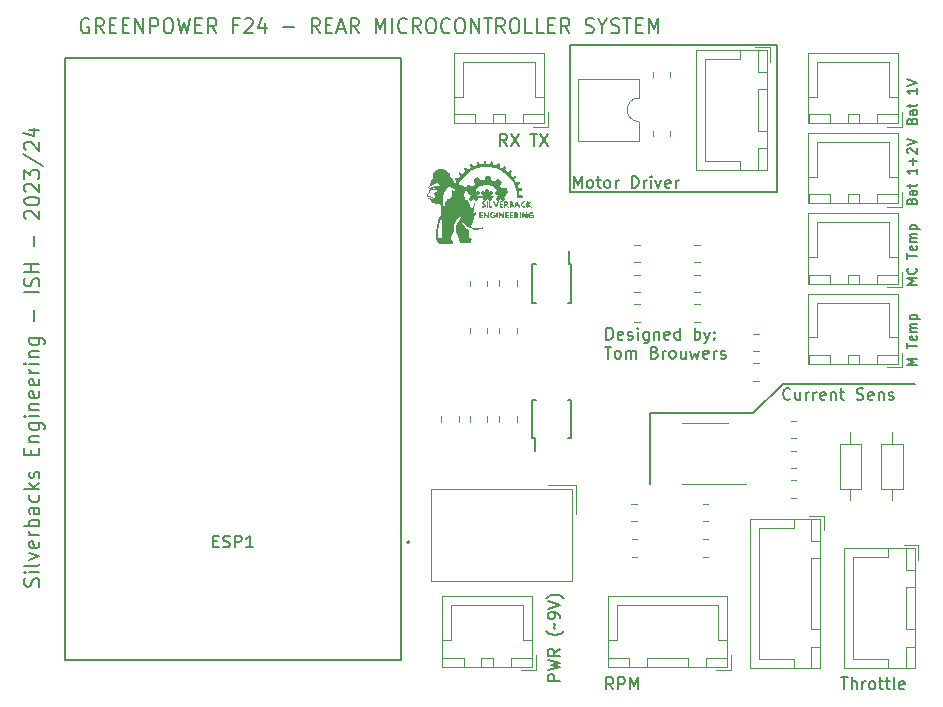
<source format=gbr>
%TF.GenerationSoftware,KiCad,Pcbnew,7.0.8*%
%TF.CreationDate,2024-02-01T14:46:05+01:00*%
%TF.ProjectId,SMD Microcontroller Schematics,534d4420-4d69-4637-926f-636f6e74726f,rev?*%
%TF.SameCoordinates,Original*%
%TF.FileFunction,Legend,Top*%
%TF.FilePolarity,Positive*%
%FSLAX46Y46*%
G04 Gerber Fmt 4.6, Leading zero omitted, Abs format (unit mm)*
G04 Created by KiCad (PCBNEW 7.0.8) date 2024-02-01 14:46:05*
%MOMM*%
%LPD*%
G01*
G04 APERTURE LIST*
%ADD10C,0.150000*%
%ADD11C,0.300000*%
%ADD12C,0.120000*%
%ADD13C,0.127000*%
%ADD14C,0.200000*%
G04 APERTURE END LIST*
D10*
X107000000Y-59500000D02*
X95750000Y-59500000D01*
X77750000Y-30800000D02*
X95250000Y-30800000D01*
X95250000Y-43300000D01*
X77750000Y-43300000D01*
X77750000Y-30800000D01*
X84500000Y-62000000D02*
X84500000Y-68000000D01*
X95750000Y-59500000D02*
X93250000Y-62000000D01*
X93250000Y-62000000D02*
X84500000Y-62000000D01*
X37012969Y-28595009D02*
X36898684Y-28533104D01*
X36898684Y-28533104D02*
X36727255Y-28533104D01*
X36727255Y-28533104D02*
X36555826Y-28595009D01*
X36555826Y-28595009D02*
X36441541Y-28718819D01*
X36441541Y-28718819D02*
X36384398Y-28842628D01*
X36384398Y-28842628D02*
X36327255Y-29090247D01*
X36327255Y-29090247D02*
X36327255Y-29275961D01*
X36327255Y-29275961D02*
X36384398Y-29523580D01*
X36384398Y-29523580D02*
X36441541Y-29647390D01*
X36441541Y-29647390D02*
X36555826Y-29771200D01*
X36555826Y-29771200D02*
X36727255Y-29833104D01*
X36727255Y-29833104D02*
X36841541Y-29833104D01*
X36841541Y-29833104D02*
X37012969Y-29771200D01*
X37012969Y-29771200D02*
X37070112Y-29709295D01*
X37070112Y-29709295D02*
X37070112Y-29275961D01*
X37070112Y-29275961D02*
X36841541Y-29275961D01*
X38270112Y-29833104D02*
X37870112Y-29214057D01*
X37584398Y-29833104D02*
X37584398Y-28533104D01*
X37584398Y-28533104D02*
X38041541Y-28533104D01*
X38041541Y-28533104D02*
X38155826Y-28595009D01*
X38155826Y-28595009D02*
X38212969Y-28656914D01*
X38212969Y-28656914D02*
X38270112Y-28780723D01*
X38270112Y-28780723D02*
X38270112Y-28966438D01*
X38270112Y-28966438D02*
X38212969Y-29090247D01*
X38212969Y-29090247D02*
X38155826Y-29152152D01*
X38155826Y-29152152D02*
X38041541Y-29214057D01*
X38041541Y-29214057D02*
X37584398Y-29214057D01*
X38784398Y-29152152D02*
X39184398Y-29152152D01*
X39355826Y-29833104D02*
X38784398Y-29833104D01*
X38784398Y-29833104D02*
X38784398Y-28533104D01*
X38784398Y-28533104D02*
X39355826Y-28533104D01*
X39870112Y-29152152D02*
X40270112Y-29152152D01*
X40441540Y-29833104D02*
X39870112Y-29833104D01*
X39870112Y-29833104D02*
X39870112Y-28533104D01*
X39870112Y-28533104D02*
X40441540Y-28533104D01*
X40955826Y-29833104D02*
X40955826Y-28533104D01*
X40955826Y-28533104D02*
X41641540Y-29833104D01*
X41641540Y-29833104D02*
X41641540Y-28533104D01*
X42212969Y-29833104D02*
X42212969Y-28533104D01*
X42212969Y-28533104D02*
X42670112Y-28533104D01*
X42670112Y-28533104D02*
X42784397Y-28595009D01*
X42784397Y-28595009D02*
X42841540Y-28656914D01*
X42841540Y-28656914D02*
X42898683Y-28780723D01*
X42898683Y-28780723D02*
X42898683Y-28966438D01*
X42898683Y-28966438D02*
X42841540Y-29090247D01*
X42841540Y-29090247D02*
X42784397Y-29152152D01*
X42784397Y-29152152D02*
X42670112Y-29214057D01*
X42670112Y-29214057D02*
X42212969Y-29214057D01*
X43641540Y-28533104D02*
X43870112Y-28533104D01*
X43870112Y-28533104D02*
X43984397Y-28595009D01*
X43984397Y-28595009D02*
X44098683Y-28718819D01*
X44098683Y-28718819D02*
X44155826Y-28966438D01*
X44155826Y-28966438D02*
X44155826Y-29399771D01*
X44155826Y-29399771D02*
X44098683Y-29647390D01*
X44098683Y-29647390D02*
X43984397Y-29771200D01*
X43984397Y-29771200D02*
X43870112Y-29833104D01*
X43870112Y-29833104D02*
X43641540Y-29833104D01*
X43641540Y-29833104D02*
X43527255Y-29771200D01*
X43527255Y-29771200D02*
X43412969Y-29647390D01*
X43412969Y-29647390D02*
X43355826Y-29399771D01*
X43355826Y-29399771D02*
X43355826Y-28966438D01*
X43355826Y-28966438D02*
X43412969Y-28718819D01*
X43412969Y-28718819D02*
X43527255Y-28595009D01*
X43527255Y-28595009D02*
X43641540Y-28533104D01*
X44555826Y-28533104D02*
X44841540Y-29833104D01*
X44841540Y-29833104D02*
X45070112Y-28904533D01*
X45070112Y-28904533D02*
X45298683Y-29833104D01*
X45298683Y-29833104D02*
X45584398Y-28533104D01*
X46041541Y-29152152D02*
X46441541Y-29152152D01*
X46612969Y-29833104D02*
X46041541Y-29833104D01*
X46041541Y-29833104D02*
X46041541Y-28533104D01*
X46041541Y-28533104D02*
X46612969Y-28533104D01*
X47812969Y-29833104D02*
X47412969Y-29214057D01*
X47127255Y-29833104D02*
X47127255Y-28533104D01*
X47127255Y-28533104D02*
X47584398Y-28533104D01*
X47584398Y-28533104D02*
X47698683Y-28595009D01*
X47698683Y-28595009D02*
X47755826Y-28656914D01*
X47755826Y-28656914D02*
X47812969Y-28780723D01*
X47812969Y-28780723D02*
X47812969Y-28966438D01*
X47812969Y-28966438D02*
X47755826Y-29090247D01*
X47755826Y-29090247D02*
X47698683Y-29152152D01*
X47698683Y-29152152D02*
X47584398Y-29214057D01*
X47584398Y-29214057D02*
X47127255Y-29214057D01*
X49641541Y-29152152D02*
X49241541Y-29152152D01*
X49241541Y-29833104D02*
X49241541Y-28533104D01*
X49241541Y-28533104D02*
X49812969Y-28533104D01*
X50212969Y-28656914D02*
X50270112Y-28595009D01*
X50270112Y-28595009D02*
X50384398Y-28533104D01*
X50384398Y-28533104D02*
X50670112Y-28533104D01*
X50670112Y-28533104D02*
X50784398Y-28595009D01*
X50784398Y-28595009D02*
X50841540Y-28656914D01*
X50841540Y-28656914D02*
X50898683Y-28780723D01*
X50898683Y-28780723D02*
X50898683Y-28904533D01*
X50898683Y-28904533D02*
X50841540Y-29090247D01*
X50841540Y-29090247D02*
X50155826Y-29833104D01*
X50155826Y-29833104D02*
X50898683Y-29833104D01*
X51927255Y-28966438D02*
X51927255Y-29833104D01*
X51641540Y-28471200D02*
X51355826Y-29399771D01*
X51355826Y-29399771D02*
X52098683Y-29399771D01*
X53470112Y-29337866D02*
X54384398Y-29337866D01*
X56555826Y-29833104D02*
X56155826Y-29214057D01*
X55870112Y-29833104D02*
X55870112Y-28533104D01*
X55870112Y-28533104D02*
X56327255Y-28533104D01*
X56327255Y-28533104D02*
X56441540Y-28595009D01*
X56441540Y-28595009D02*
X56498683Y-28656914D01*
X56498683Y-28656914D02*
X56555826Y-28780723D01*
X56555826Y-28780723D02*
X56555826Y-28966438D01*
X56555826Y-28966438D02*
X56498683Y-29090247D01*
X56498683Y-29090247D02*
X56441540Y-29152152D01*
X56441540Y-29152152D02*
X56327255Y-29214057D01*
X56327255Y-29214057D02*
X55870112Y-29214057D01*
X57070112Y-29152152D02*
X57470112Y-29152152D01*
X57641540Y-29833104D02*
X57070112Y-29833104D01*
X57070112Y-29833104D02*
X57070112Y-28533104D01*
X57070112Y-28533104D02*
X57641540Y-28533104D01*
X58098683Y-29461676D02*
X58670112Y-29461676D01*
X57984397Y-29833104D02*
X58384397Y-28533104D01*
X58384397Y-28533104D02*
X58784397Y-29833104D01*
X59870111Y-29833104D02*
X59470111Y-29214057D01*
X59184397Y-29833104D02*
X59184397Y-28533104D01*
X59184397Y-28533104D02*
X59641540Y-28533104D01*
X59641540Y-28533104D02*
X59755825Y-28595009D01*
X59755825Y-28595009D02*
X59812968Y-28656914D01*
X59812968Y-28656914D02*
X59870111Y-28780723D01*
X59870111Y-28780723D02*
X59870111Y-28966438D01*
X59870111Y-28966438D02*
X59812968Y-29090247D01*
X59812968Y-29090247D02*
X59755825Y-29152152D01*
X59755825Y-29152152D02*
X59641540Y-29214057D01*
X59641540Y-29214057D02*
X59184397Y-29214057D01*
X61298683Y-29833104D02*
X61298683Y-28533104D01*
X61298683Y-28533104D02*
X61698683Y-29461676D01*
X61698683Y-29461676D02*
X62098683Y-28533104D01*
X62098683Y-28533104D02*
X62098683Y-29833104D01*
X62670112Y-29833104D02*
X62670112Y-28533104D01*
X63927255Y-29709295D02*
X63870112Y-29771200D01*
X63870112Y-29771200D02*
X63698684Y-29833104D01*
X63698684Y-29833104D02*
X63584398Y-29833104D01*
X63584398Y-29833104D02*
X63412969Y-29771200D01*
X63412969Y-29771200D02*
X63298684Y-29647390D01*
X63298684Y-29647390D02*
X63241541Y-29523580D01*
X63241541Y-29523580D02*
X63184398Y-29275961D01*
X63184398Y-29275961D02*
X63184398Y-29090247D01*
X63184398Y-29090247D02*
X63241541Y-28842628D01*
X63241541Y-28842628D02*
X63298684Y-28718819D01*
X63298684Y-28718819D02*
X63412969Y-28595009D01*
X63412969Y-28595009D02*
X63584398Y-28533104D01*
X63584398Y-28533104D02*
X63698684Y-28533104D01*
X63698684Y-28533104D02*
X63870112Y-28595009D01*
X63870112Y-28595009D02*
X63927255Y-28656914D01*
X65127255Y-29833104D02*
X64727255Y-29214057D01*
X64441541Y-29833104D02*
X64441541Y-28533104D01*
X64441541Y-28533104D02*
X64898684Y-28533104D01*
X64898684Y-28533104D02*
X65012969Y-28595009D01*
X65012969Y-28595009D02*
X65070112Y-28656914D01*
X65070112Y-28656914D02*
X65127255Y-28780723D01*
X65127255Y-28780723D02*
X65127255Y-28966438D01*
X65127255Y-28966438D02*
X65070112Y-29090247D01*
X65070112Y-29090247D02*
X65012969Y-29152152D01*
X65012969Y-29152152D02*
X64898684Y-29214057D01*
X64898684Y-29214057D02*
X64441541Y-29214057D01*
X65870112Y-28533104D02*
X66098684Y-28533104D01*
X66098684Y-28533104D02*
X66212969Y-28595009D01*
X66212969Y-28595009D02*
X66327255Y-28718819D01*
X66327255Y-28718819D02*
X66384398Y-28966438D01*
X66384398Y-28966438D02*
X66384398Y-29399771D01*
X66384398Y-29399771D02*
X66327255Y-29647390D01*
X66327255Y-29647390D02*
X66212969Y-29771200D01*
X66212969Y-29771200D02*
X66098684Y-29833104D01*
X66098684Y-29833104D02*
X65870112Y-29833104D01*
X65870112Y-29833104D02*
X65755827Y-29771200D01*
X65755827Y-29771200D02*
X65641541Y-29647390D01*
X65641541Y-29647390D02*
X65584398Y-29399771D01*
X65584398Y-29399771D02*
X65584398Y-28966438D01*
X65584398Y-28966438D02*
X65641541Y-28718819D01*
X65641541Y-28718819D02*
X65755827Y-28595009D01*
X65755827Y-28595009D02*
X65870112Y-28533104D01*
X67584398Y-29709295D02*
X67527255Y-29771200D01*
X67527255Y-29771200D02*
X67355827Y-29833104D01*
X67355827Y-29833104D02*
X67241541Y-29833104D01*
X67241541Y-29833104D02*
X67070112Y-29771200D01*
X67070112Y-29771200D02*
X66955827Y-29647390D01*
X66955827Y-29647390D02*
X66898684Y-29523580D01*
X66898684Y-29523580D02*
X66841541Y-29275961D01*
X66841541Y-29275961D02*
X66841541Y-29090247D01*
X66841541Y-29090247D02*
X66898684Y-28842628D01*
X66898684Y-28842628D02*
X66955827Y-28718819D01*
X66955827Y-28718819D02*
X67070112Y-28595009D01*
X67070112Y-28595009D02*
X67241541Y-28533104D01*
X67241541Y-28533104D02*
X67355827Y-28533104D01*
X67355827Y-28533104D02*
X67527255Y-28595009D01*
X67527255Y-28595009D02*
X67584398Y-28656914D01*
X68327255Y-28533104D02*
X68555827Y-28533104D01*
X68555827Y-28533104D02*
X68670112Y-28595009D01*
X68670112Y-28595009D02*
X68784398Y-28718819D01*
X68784398Y-28718819D02*
X68841541Y-28966438D01*
X68841541Y-28966438D02*
X68841541Y-29399771D01*
X68841541Y-29399771D02*
X68784398Y-29647390D01*
X68784398Y-29647390D02*
X68670112Y-29771200D01*
X68670112Y-29771200D02*
X68555827Y-29833104D01*
X68555827Y-29833104D02*
X68327255Y-29833104D01*
X68327255Y-29833104D02*
X68212970Y-29771200D01*
X68212970Y-29771200D02*
X68098684Y-29647390D01*
X68098684Y-29647390D02*
X68041541Y-29399771D01*
X68041541Y-29399771D02*
X68041541Y-28966438D01*
X68041541Y-28966438D02*
X68098684Y-28718819D01*
X68098684Y-28718819D02*
X68212970Y-28595009D01*
X68212970Y-28595009D02*
X68327255Y-28533104D01*
X69355827Y-29833104D02*
X69355827Y-28533104D01*
X69355827Y-28533104D02*
X70041541Y-29833104D01*
X70041541Y-29833104D02*
X70041541Y-28533104D01*
X70441541Y-28533104D02*
X71127256Y-28533104D01*
X70784398Y-29833104D02*
X70784398Y-28533104D01*
X72212970Y-29833104D02*
X71812970Y-29214057D01*
X71527256Y-29833104D02*
X71527256Y-28533104D01*
X71527256Y-28533104D02*
X71984399Y-28533104D01*
X71984399Y-28533104D02*
X72098684Y-28595009D01*
X72098684Y-28595009D02*
X72155827Y-28656914D01*
X72155827Y-28656914D02*
X72212970Y-28780723D01*
X72212970Y-28780723D02*
X72212970Y-28966438D01*
X72212970Y-28966438D02*
X72155827Y-29090247D01*
X72155827Y-29090247D02*
X72098684Y-29152152D01*
X72098684Y-29152152D02*
X71984399Y-29214057D01*
X71984399Y-29214057D02*
X71527256Y-29214057D01*
X72955827Y-28533104D02*
X73184399Y-28533104D01*
X73184399Y-28533104D02*
X73298684Y-28595009D01*
X73298684Y-28595009D02*
X73412970Y-28718819D01*
X73412970Y-28718819D02*
X73470113Y-28966438D01*
X73470113Y-28966438D02*
X73470113Y-29399771D01*
X73470113Y-29399771D02*
X73412970Y-29647390D01*
X73412970Y-29647390D02*
X73298684Y-29771200D01*
X73298684Y-29771200D02*
X73184399Y-29833104D01*
X73184399Y-29833104D02*
X72955827Y-29833104D01*
X72955827Y-29833104D02*
X72841542Y-29771200D01*
X72841542Y-29771200D02*
X72727256Y-29647390D01*
X72727256Y-29647390D02*
X72670113Y-29399771D01*
X72670113Y-29399771D02*
X72670113Y-28966438D01*
X72670113Y-28966438D02*
X72727256Y-28718819D01*
X72727256Y-28718819D02*
X72841542Y-28595009D01*
X72841542Y-28595009D02*
X72955827Y-28533104D01*
X74555827Y-29833104D02*
X73984399Y-29833104D01*
X73984399Y-29833104D02*
X73984399Y-28533104D01*
X75527256Y-29833104D02*
X74955828Y-29833104D01*
X74955828Y-29833104D02*
X74955828Y-28533104D01*
X75927257Y-29152152D02*
X76327257Y-29152152D01*
X76498685Y-29833104D02*
X75927257Y-29833104D01*
X75927257Y-29833104D02*
X75927257Y-28533104D01*
X75927257Y-28533104D02*
X76498685Y-28533104D01*
X77698685Y-29833104D02*
X77298685Y-29214057D01*
X77012971Y-29833104D02*
X77012971Y-28533104D01*
X77012971Y-28533104D02*
X77470114Y-28533104D01*
X77470114Y-28533104D02*
X77584399Y-28595009D01*
X77584399Y-28595009D02*
X77641542Y-28656914D01*
X77641542Y-28656914D02*
X77698685Y-28780723D01*
X77698685Y-28780723D02*
X77698685Y-28966438D01*
X77698685Y-28966438D02*
X77641542Y-29090247D01*
X77641542Y-29090247D02*
X77584399Y-29152152D01*
X77584399Y-29152152D02*
X77470114Y-29214057D01*
X77470114Y-29214057D02*
X77012971Y-29214057D01*
X79070114Y-29771200D02*
X79241543Y-29833104D01*
X79241543Y-29833104D02*
X79527257Y-29833104D01*
X79527257Y-29833104D02*
X79641543Y-29771200D01*
X79641543Y-29771200D02*
X79698685Y-29709295D01*
X79698685Y-29709295D02*
X79755828Y-29585485D01*
X79755828Y-29585485D02*
X79755828Y-29461676D01*
X79755828Y-29461676D02*
X79698685Y-29337866D01*
X79698685Y-29337866D02*
X79641543Y-29275961D01*
X79641543Y-29275961D02*
X79527257Y-29214057D01*
X79527257Y-29214057D02*
X79298685Y-29152152D01*
X79298685Y-29152152D02*
X79184400Y-29090247D01*
X79184400Y-29090247D02*
X79127257Y-29028342D01*
X79127257Y-29028342D02*
X79070114Y-28904533D01*
X79070114Y-28904533D02*
X79070114Y-28780723D01*
X79070114Y-28780723D02*
X79127257Y-28656914D01*
X79127257Y-28656914D02*
X79184400Y-28595009D01*
X79184400Y-28595009D02*
X79298685Y-28533104D01*
X79298685Y-28533104D02*
X79584400Y-28533104D01*
X79584400Y-28533104D02*
X79755828Y-28595009D01*
X80498685Y-29214057D02*
X80498685Y-29833104D01*
X80098685Y-28533104D02*
X80498685Y-29214057D01*
X80498685Y-29214057D02*
X80898685Y-28533104D01*
X81241542Y-29771200D02*
X81412971Y-29833104D01*
X81412971Y-29833104D02*
X81698685Y-29833104D01*
X81698685Y-29833104D02*
X81812971Y-29771200D01*
X81812971Y-29771200D02*
X81870113Y-29709295D01*
X81870113Y-29709295D02*
X81927256Y-29585485D01*
X81927256Y-29585485D02*
X81927256Y-29461676D01*
X81927256Y-29461676D02*
X81870113Y-29337866D01*
X81870113Y-29337866D02*
X81812971Y-29275961D01*
X81812971Y-29275961D02*
X81698685Y-29214057D01*
X81698685Y-29214057D02*
X81470113Y-29152152D01*
X81470113Y-29152152D02*
X81355828Y-29090247D01*
X81355828Y-29090247D02*
X81298685Y-29028342D01*
X81298685Y-29028342D02*
X81241542Y-28904533D01*
X81241542Y-28904533D02*
X81241542Y-28780723D01*
X81241542Y-28780723D02*
X81298685Y-28656914D01*
X81298685Y-28656914D02*
X81355828Y-28595009D01*
X81355828Y-28595009D02*
X81470113Y-28533104D01*
X81470113Y-28533104D02*
X81755828Y-28533104D01*
X81755828Y-28533104D02*
X81927256Y-28595009D01*
X82270113Y-28533104D02*
X82955828Y-28533104D01*
X82612970Y-29833104D02*
X82612970Y-28533104D01*
X83355828Y-29152152D02*
X83755828Y-29152152D01*
X83927256Y-29833104D02*
X83355828Y-29833104D01*
X83355828Y-29833104D02*
X83355828Y-28533104D01*
X83355828Y-28533104D02*
X83927256Y-28533104D01*
X84441542Y-29833104D02*
X84441542Y-28533104D01*
X84441542Y-28533104D02*
X84841542Y-29461676D01*
X84841542Y-29461676D02*
X85241542Y-28533104D01*
X85241542Y-28533104D02*
X85241542Y-29833104D01*
X76869819Y-84663220D02*
X75869819Y-84663220D01*
X75869819Y-84663220D02*
X75869819Y-84282268D01*
X75869819Y-84282268D02*
X75917438Y-84187030D01*
X75917438Y-84187030D02*
X75965057Y-84139411D01*
X75965057Y-84139411D02*
X76060295Y-84091792D01*
X76060295Y-84091792D02*
X76203152Y-84091792D01*
X76203152Y-84091792D02*
X76298390Y-84139411D01*
X76298390Y-84139411D02*
X76346009Y-84187030D01*
X76346009Y-84187030D02*
X76393628Y-84282268D01*
X76393628Y-84282268D02*
X76393628Y-84663220D01*
X75869819Y-83758458D02*
X76869819Y-83520363D01*
X76869819Y-83520363D02*
X76155533Y-83329887D01*
X76155533Y-83329887D02*
X76869819Y-83139411D01*
X76869819Y-83139411D02*
X75869819Y-82901316D01*
X76869819Y-81948935D02*
X76393628Y-82282268D01*
X76869819Y-82520363D02*
X75869819Y-82520363D01*
X75869819Y-82520363D02*
X75869819Y-82139411D01*
X75869819Y-82139411D02*
X75917438Y-82044173D01*
X75917438Y-82044173D02*
X75965057Y-81996554D01*
X75965057Y-81996554D02*
X76060295Y-81948935D01*
X76060295Y-81948935D02*
X76203152Y-81948935D01*
X76203152Y-81948935D02*
X76298390Y-81996554D01*
X76298390Y-81996554D02*
X76346009Y-82044173D01*
X76346009Y-82044173D02*
X76393628Y-82139411D01*
X76393628Y-82139411D02*
X76393628Y-82520363D01*
X77250771Y-80472744D02*
X77203152Y-80520363D01*
X77203152Y-80520363D02*
X77060295Y-80615601D01*
X77060295Y-80615601D02*
X76965057Y-80663220D01*
X76965057Y-80663220D02*
X76822200Y-80710839D01*
X76822200Y-80710839D02*
X76584104Y-80758458D01*
X76584104Y-80758458D02*
X76393628Y-80758458D01*
X76393628Y-80758458D02*
X76155533Y-80710839D01*
X76155533Y-80710839D02*
X76012676Y-80663220D01*
X76012676Y-80663220D02*
X75917438Y-80615601D01*
X75917438Y-80615601D02*
X75774580Y-80520363D01*
X75774580Y-80520363D02*
X75726961Y-80472744D01*
X76488866Y-80234648D02*
X76441247Y-80187029D01*
X76441247Y-80187029D02*
X76393628Y-80091791D01*
X76393628Y-80091791D02*
X76488866Y-79901315D01*
X76488866Y-79901315D02*
X76441247Y-79806077D01*
X76441247Y-79806077D02*
X76393628Y-79758458D01*
X76869819Y-79329886D02*
X76869819Y-79139410D01*
X76869819Y-79139410D02*
X76822200Y-79044172D01*
X76822200Y-79044172D02*
X76774580Y-78996553D01*
X76774580Y-78996553D02*
X76631723Y-78901315D01*
X76631723Y-78901315D02*
X76441247Y-78853696D01*
X76441247Y-78853696D02*
X76060295Y-78853696D01*
X76060295Y-78853696D02*
X75965057Y-78901315D01*
X75965057Y-78901315D02*
X75917438Y-78948934D01*
X75917438Y-78948934D02*
X75869819Y-79044172D01*
X75869819Y-79044172D02*
X75869819Y-79234648D01*
X75869819Y-79234648D02*
X75917438Y-79329886D01*
X75917438Y-79329886D02*
X75965057Y-79377505D01*
X75965057Y-79377505D02*
X76060295Y-79425124D01*
X76060295Y-79425124D02*
X76298390Y-79425124D01*
X76298390Y-79425124D02*
X76393628Y-79377505D01*
X76393628Y-79377505D02*
X76441247Y-79329886D01*
X76441247Y-79329886D02*
X76488866Y-79234648D01*
X76488866Y-79234648D02*
X76488866Y-79044172D01*
X76488866Y-79044172D02*
X76441247Y-78948934D01*
X76441247Y-78948934D02*
X76393628Y-78901315D01*
X76393628Y-78901315D02*
X76298390Y-78853696D01*
X75869819Y-78567981D02*
X76869819Y-78234648D01*
X76869819Y-78234648D02*
X75869819Y-77901315D01*
X77250771Y-77663219D02*
X77203152Y-77615600D01*
X77203152Y-77615600D02*
X77060295Y-77520362D01*
X77060295Y-77520362D02*
X76965057Y-77472743D01*
X76965057Y-77472743D02*
X76822200Y-77425124D01*
X76822200Y-77425124D02*
X76584104Y-77377505D01*
X76584104Y-77377505D02*
X76393628Y-77377505D01*
X76393628Y-77377505D02*
X76155533Y-77425124D01*
X76155533Y-77425124D02*
X76012676Y-77472743D01*
X76012676Y-77472743D02*
X75917438Y-77520362D01*
X75917438Y-77520362D02*
X75774580Y-77615600D01*
X75774580Y-77615600D02*
X75726961Y-77663219D01*
X72408207Y-39369819D02*
X72074874Y-38893628D01*
X71836779Y-39369819D02*
X71836779Y-38369819D01*
X71836779Y-38369819D02*
X72217731Y-38369819D01*
X72217731Y-38369819D02*
X72312969Y-38417438D01*
X72312969Y-38417438D02*
X72360588Y-38465057D01*
X72360588Y-38465057D02*
X72408207Y-38560295D01*
X72408207Y-38560295D02*
X72408207Y-38703152D01*
X72408207Y-38703152D02*
X72360588Y-38798390D01*
X72360588Y-38798390D02*
X72312969Y-38846009D01*
X72312969Y-38846009D02*
X72217731Y-38893628D01*
X72217731Y-38893628D02*
X71836779Y-38893628D01*
X72741541Y-38369819D02*
X73408207Y-39369819D01*
X73408207Y-38369819D02*
X72741541Y-39369819D01*
X74408208Y-38369819D02*
X74979636Y-38369819D01*
X74693922Y-39369819D02*
X74693922Y-38369819D01*
X75217732Y-38369819D02*
X75884398Y-39369819D01*
X75884398Y-38369819D02*
X75217732Y-39369819D01*
X78086779Y-42919819D02*
X78086779Y-41919819D01*
X78086779Y-41919819D02*
X78420112Y-42634104D01*
X78420112Y-42634104D02*
X78753445Y-41919819D01*
X78753445Y-41919819D02*
X78753445Y-42919819D01*
X79372493Y-42919819D02*
X79277255Y-42872200D01*
X79277255Y-42872200D02*
X79229636Y-42824580D01*
X79229636Y-42824580D02*
X79182017Y-42729342D01*
X79182017Y-42729342D02*
X79182017Y-42443628D01*
X79182017Y-42443628D02*
X79229636Y-42348390D01*
X79229636Y-42348390D02*
X79277255Y-42300771D01*
X79277255Y-42300771D02*
X79372493Y-42253152D01*
X79372493Y-42253152D02*
X79515350Y-42253152D01*
X79515350Y-42253152D02*
X79610588Y-42300771D01*
X79610588Y-42300771D02*
X79658207Y-42348390D01*
X79658207Y-42348390D02*
X79705826Y-42443628D01*
X79705826Y-42443628D02*
X79705826Y-42729342D01*
X79705826Y-42729342D02*
X79658207Y-42824580D01*
X79658207Y-42824580D02*
X79610588Y-42872200D01*
X79610588Y-42872200D02*
X79515350Y-42919819D01*
X79515350Y-42919819D02*
X79372493Y-42919819D01*
X79991541Y-42253152D02*
X80372493Y-42253152D01*
X80134398Y-41919819D02*
X80134398Y-42776961D01*
X80134398Y-42776961D02*
X80182017Y-42872200D01*
X80182017Y-42872200D02*
X80277255Y-42919819D01*
X80277255Y-42919819D02*
X80372493Y-42919819D01*
X80848684Y-42919819D02*
X80753446Y-42872200D01*
X80753446Y-42872200D02*
X80705827Y-42824580D01*
X80705827Y-42824580D02*
X80658208Y-42729342D01*
X80658208Y-42729342D02*
X80658208Y-42443628D01*
X80658208Y-42443628D02*
X80705827Y-42348390D01*
X80705827Y-42348390D02*
X80753446Y-42300771D01*
X80753446Y-42300771D02*
X80848684Y-42253152D01*
X80848684Y-42253152D02*
X80991541Y-42253152D01*
X80991541Y-42253152D02*
X81086779Y-42300771D01*
X81086779Y-42300771D02*
X81134398Y-42348390D01*
X81134398Y-42348390D02*
X81182017Y-42443628D01*
X81182017Y-42443628D02*
X81182017Y-42729342D01*
X81182017Y-42729342D02*
X81134398Y-42824580D01*
X81134398Y-42824580D02*
X81086779Y-42872200D01*
X81086779Y-42872200D02*
X80991541Y-42919819D01*
X80991541Y-42919819D02*
X80848684Y-42919819D01*
X81610589Y-42919819D02*
X81610589Y-42253152D01*
X81610589Y-42443628D02*
X81658208Y-42348390D01*
X81658208Y-42348390D02*
X81705827Y-42300771D01*
X81705827Y-42300771D02*
X81801065Y-42253152D01*
X81801065Y-42253152D02*
X81896303Y-42253152D01*
X82991542Y-42919819D02*
X82991542Y-41919819D01*
X82991542Y-41919819D02*
X83229637Y-41919819D01*
X83229637Y-41919819D02*
X83372494Y-41967438D01*
X83372494Y-41967438D02*
X83467732Y-42062676D01*
X83467732Y-42062676D02*
X83515351Y-42157914D01*
X83515351Y-42157914D02*
X83562970Y-42348390D01*
X83562970Y-42348390D02*
X83562970Y-42491247D01*
X83562970Y-42491247D02*
X83515351Y-42681723D01*
X83515351Y-42681723D02*
X83467732Y-42776961D01*
X83467732Y-42776961D02*
X83372494Y-42872200D01*
X83372494Y-42872200D02*
X83229637Y-42919819D01*
X83229637Y-42919819D02*
X82991542Y-42919819D01*
X83991542Y-42919819D02*
X83991542Y-42253152D01*
X83991542Y-42443628D02*
X84039161Y-42348390D01*
X84039161Y-42348390D02*
X84086780Y-42300771D01*
X84086780Y-42300771D02*
X84182018Y-42253152D01*
X84182018Y-42253152D02*
X84277256Y-42253152D01*
X84610590Y-42919819D02*
X84610590Y-42253152D01*
X84610590Y-41919819D02*
X84562971Y-41967438D01*
X84562971Y-41967438D02*
X84610590Y-42015057D01*
X84610590Y-42015057D02*
X84658209Y-41967438D01*
X84658209Y-41967438D02*
X84610590Y-41919819D01*
X84610590Y-41919819D02*
X84610590Y-42015057D01*
X84991542Y-42253152D02*
X85229637Y-42919819D01*
X85229637Y-42919819D02*
X85467732Y-42253152D01*
X86229637Y-42872200D02*
X86134399Y-42919819D01*
X86134399Y-42919819D02*
X85943923Y-42919819D01*
X85943923Y-42919819D02*
X85848685Y-42872200D01*
X85848685Y-42872200D02*
X85801066Y-42776961D01*
X85801066Y-42776961D02*
X85801066Y-42396009D01*
X85801066Y-42396009D02*
X85848685Y-42300771D01*
X85848685Y-42300771D02*
X85943923Y-42253152D01*
X85943923Y-42253152D02*
X86134399Y-42253152D01*
X86134399Y-42253152D02*
X86229637Y-42300771D01*
X86229637Y-42300771D02*
X86277256Y-42396009D01*
X86277256Y-42396009D02*
X86277256Y-42491247D01*
X86277256Y-42491247D02*
X85801066Y-42586485D01*
X86705828Y-42919819D02*
X86705828Y-42253152D01*
X86705828Y-42443628D02*
X86753447Y-42348390D01*
X86753447Y-42348390D02*
X86801066Y-42300771D01*
X86801066Y-42300771D02*
X86896304Y-42253152D01*
X86896304Y-42253152D02*
X86991542Y-42253152D01*
X106675247Y-37244173D02*
X106713342Y-37129887D01*
X106713342Y-37129887D02*
X106751438Y-37091792D01*
X106751438Y-37091792D02*
X106827628Y-37053696D01*
X106827628Y-37053696D02*
X106941914Y-37053696D01*
X106941914Y-37053696D02*
X107018104Y-37091792D01*
X107018104Y-37091792D02*
X107056200Y-37129887D01*
X107056200Y-37129887D02*
X107094295Y-37206077D01*
X107094295Y-37206077D02*
X107094295Y-37510839D01*
X107094295Y-37510839D02*
X106294295Y-37510839D01*
X106294295Y-37510839D02*
X106294295Y-37244173D01*
X106294295Y-37244173D02*
X106332390Y-37167982D01*
X106332390Y-37167982D02*
X106370485Y-37129887D01*
X106370485Y-37129887D02*
X106446676Y-37091792D01*
X106446676Y-37091792D02*
X106522866Y-37091792D01*
X106522866Y-37091792D02*
X106599057Y-37129887D01*
X106599057Y-37129887D02*
X106637152Y-37167982D01*
X106637152Y-37167982D02*
X106675247Y-37244173D01*
X106675247Y-37244173D02*
X106675247Y-37510839D01*
X107094295Y-36367982D02*
X106675247Y-36367982D01*
X106675247Y-36367982D02*
X106599057Y-36406077D01*
X106599057Y-36406077D02*
X106560961Y-36482268D01*
X106560961Y-36482268D02*
X106560961Y-36634649D01*
X106560961Y-36634649D02*
X106599057Y-36710839D01*
X107056200Y-36367982D02*
X107094295Y-36444173D01*
X107094295Y-36444173D02*
X107094295Y-36634649D01*
X107094295Y-36634649D02*
X107056200Y-36710839D01*
X107056200Y-36710839D02*
X106980009Y-36748935D01*
X106980009Y-36748935D02*
X106903819Y-36748935D01*
X106903819Y-36748935D02*
X106827628Y-36710839D01*
X106827628Y-36710839D02*
X106789533Y-36634649D01*
X106789533Y-36634649D02*
X106789533Y-36444173D01*
X106789533Y-36444173D02*
X106751438Y-36367982D01*
X106560961Y-36101315D02*
X106560961Y-35796553D01*
X106294295Y-35987029D02*
X106980009Y-35987029D01*
X106980009Y-35987029D02*
X107056200Y-35948934D01*
X107056200Y-35948934D02*
X107094295Y-35872744D01*
X107094295Y-35872744D02*
X107094295Y-35796553D01*
X107094295Y-34501315D02*
X107094295Y-34958458D01*
X107094295Y-34729886D02*
X106294295Y-34729886D01*
X106294295Y-34729886D02*
X106408580Y-34806077D01*
X106408580Y-34806077D02*
X106484771Y-34882267D01*
X106484771Y-34882267D02*
X106522866Y-34958458D01*
X106294295Y-34272743D02*
X107094295Y-34006076D01*
X107094295Y-34006076D02*
X106294295Y-33739410D01*
X106675247Y-44044173D02*
X106713342Y-43929887D01*
X106713342Y-43929887D02*
X106751438Y-43891792D01*
X106751438Y-43891792D02*
X106827628Y-43853696D01*
X106827628Y-43853696D02*
X106941914Y-43853696D01*
X106941914Y-43853696D02*
X107018104Y-43891792D01*
X107018104Y-43891792D02*
X107056200Y-43929887D01*
X107056200Y-43929887D02*
X107094295Y-44006077D01*
X107094295Y-44006077D02*
X107094295Y-44310839D01*
X107094295Y-44310839D02*
X106294295Y-44310839D01*
X106294295Y-44310839D02*
X106294295Y-44044173D01*
X106294295Y-44044173D02*
X106332390Y-43967982D01*
X106332390Y-43967982D02*
X106370485Y-43929887D01*
X106370485Y-43929887D02*
X106446676Y-43891792D01*
X106446676Y-43891792D02*
X106522866Y-43891792D01*
X106522866Y-43891792D02*
X106599057Y-43929887D01*
X106599057Y-43929887D02*
X106637152Y-43967982D01*
X106637152Y-43967982D02*
X106675247Y-44044173D01*
X106675247Y-44044173D02*
X106675247Y-44310839D01*
X107094295Y-43167982D02*
X106675247Y-43167982D01*
X106675247Y-43167982D02*
X106599057Y-43206077D01*
X106599057Y-43206077D02*
X106560961Y-43282268D01*
X106560961Y-43282268D02*
X106560961Y-43434649D01*
X106560961Y-43434649D02*
X106599057Y-43510839D01*
X107056200Y-43167982D02*
X107094295Y-43244173D01*
X107094295Y-43244173D02*
X107094295Y-43434649D01*
X107094295Y-43434649D02*
X107056200Y-43510839D01*
X107056200Y-43510839D02*
X106980009Y-43548935D01*
X106980009Y-43548935D02*
X106903819Y-43548935D01*
X106903819Y-43548935D02*
X106827628Y-43510839D01*
X106827628Y-43510839D02*
X106789533Y-43434649D01*
X106789533Y-43434649D02*
X106789533Y-43244173D01*
X106789533Y-43244173D02*
X106751438Y-43167982D01*
X106560961Y-42901315D02*
X106560961Y-42596553D01*
X106294295Y-42787029D02*
X106980009Y-42787029D01*
X106980009Y-42787029D02*
X107056200Y-42748934D01*
X107056200Y-42748934D02*
X107094295Y-42672744D01*
X107094295Y-42672744D02*
X107094295Y-42596553D01*
X107094295Y-41301315D02*
X107094295Y-41758458D01*
X107094295Y-41529886D02*
X106294295Y-41529886D01*
X106294295Y-41529886D02*
X106408580Y-41606077D01*
X106408580Y-41606077D02*
X106484771Y-41682267D01*
X106484771Y-41682267D02*
X106522866Y-41758458D01*
X106789533Y-40958457D02*
X106789533Y-40348934D01*
X107094295Y-40653695D02*
X106484771Y-40653695D01*
X106370485Y-40006077D02*
X106332390Y-39967981D01*
X106332390Y-39967981D02*
X106294295Y-39891791D01*
X106294295Y-39891791D02*
X106294295Y-39701315D01*
X106294295Y-39701315D02*
X106332390Y-39625124D01*
X106332390Y-39625124D02*
X106370485Y-39587029D01*
X106370485Y-39587029D02*
X106446676Y-39548934D01*
X106446676Y-39548934D02*
X106522866Y-39548934D01*
X106522866Y-39548934D02*
X106637152Y-39587029D01*
X106637152Y-39587029D02*
X107094295Y-40044172D01*
X107094295Y-40044172D02*
X107094295Y-39548934D01*
X106294295Y-39320362D02*
X107094295Y-39053695D01*
X107094295Y-39053695D02*
X106294295Y-38787029D01*
X32771200Y-76672744D02*
X32833104Y-76501316D01*
X32833104Y-76501316D02*
X32833104Y-76215601D01*
X32833104Y-76215601D02*
X32771200Y-76101316D01*
X32771200Y-76101316D02*
X32709295Y-76044173D01*
X32709295Y-76044173D02*
X32585485Y-75987030D01*
X32585485Y-75987030D02*
X32461676Y-75987030D01*
X32461676Y-75987030D02*
X32337866Y-76044173D01*
X32337866Y-76044173D02*
X32275961Y-76101316D01*
X32275961Y-76101316D02*
X32214057Y-76215601D01*
X32214057Y-76215601D02*
X32152152Y-76444173D01*
X32152152Y-76444173D02*
X32090247Y-76558458D01*
X32090247Y-76558458D02*
X32028342Y-76615601D01*
X32028342Y-76615601D02*
X31904533Y-76672744D01*
X31904533Y-76672744D02*
X31780723Y-76672744D01*
X31780723Y-76672744D02*
X31656914Y-76615601D01*
X31656914Y-76615601D02*
X31595009Y-76558458D01*
X31595009Y-76558458D02*
X31533104Y-76444173D01*
X31533104Y-76444173D02*
X31533104Y-76158458D01*
X31533104Y-76158458D02*
X31595009Y-75987030D01*
X32833104Y-75472744D02*
X31966438Y-75472744D01*
X31533104Y-75472744D02*
X31595009Y-75529887D01*
X31595009Y-75529887D02*
X31656914Y-75472744D01*
X31656914Y-75472744D02*
X31595009Y-75415601D01*
X31595009Y-75415601D02*
X31533104Y-75472744D01*
X31533104Y-75472744D02*
X31656914Y-75472744D01*
X32833104Y-74729887D02*
X32771200Y-74844172D01*
X32771200Y-74844172D02*
X32647390Y-74901315D01*
X32647390Y-74901315D02*
X31533104Y-74901315D01*
X31966438Y-74387030D02*
X32833104Y-74101316D01*
X32833104Y-74101316D02*
X31966438Y-73815601D01*
X32771200Y-72901315D02*
X32833104Y-73015601D01*
X32833104Y-73015601D02*
X32833104Y-73244173D01*
X32833104Y-73244173D02*
X32771200Y-73358458D01*
X32771200Y-73358458D02*
X32647390Y-73415601D01*
X32647390Y-73415601D02*
X32152152Y-73415601D01*
X32152152Y-73415601D02*
X32028342Y-73358458D01*
X32028342Y-73358458D02*
X31966438Y-73244173D01*
X31966438Y-73244173D02*
X31966438Y-73015601D01*
X31966438Y-73015601D02*
X32028342Y-72901315D01*
X32028342Y-72901315D02*
X32152152Y-72844173D01*
X32152152Y-72844173D02*
X32275961Y-72844173D01*
X32275961Y-72844173D02*
X32399771Y-73415601D01*
X32833104Y-72329887D02*
X31966438Y-72329887D01*
X32214057Y-72329887D02*
X32090247Y-72272744D01*
X32090247Y-72272744D02*
X32028342Y-72215602D01*
X32028342Y-72215602D02*
X31966438Y-72101316D01*
X31966438Y-72101316D02*
X31966438Y-71987030D01*
X32833104Y-71587030D02*
X31533104Y-71587030D01*
X32028342Y-71587030D02*
X31966438Y-71472745D01*
X31966438Y-71472745D02*
X31966438Y-71244173D01*
X31966438Y-71244173D02*
X32028342Y-71129887D01*
X32028342Y-71129887D02*
X32090247Y-71072745D01*
X32090247Y-71072745D02*
X32214057Y-71015602D01*
X32214057Y-71015602D02*
X32585485Y-71015602D01*
X32585485Y-71015602D02*
X32709295Y-71072745D01*
X32709295Y-71072745D02*
X32771200Y-71129887D01*
X32771200Y-71129887D02*
X32833104Y-71244173D01*
X32833104Y-71244173D02*
X32833104Y-71472745D01*
X32833104Y-71472745D02*
X32771200Y-71587030D01*
X32833104Y-69987031D02*
X32152152Y-69987031D01*
X32152152Y-69987031D02*
X32028342Y-70044173D01*
X32028342Y-70044173D02*
X31966438Y-70158459D01*
X31966438Y-70158459D02*
X31966438Y-70387031D01*
X31966438Y-70387031D02*
X32028342Y-70501316D01*
X32771200Y-69987031D02*
X32833104Y-70101316D01*
X32833104Y-70101316D02*
X32833104Y-70387031D01*
X32833104Y-70387031D02*
X32771200Y-70501316D01*
X32771200Y-70501316D02*
X32647390Y-70558459D01*
X32647390Y-70558459D02*
X32523580Y-70558459D01*
X32523580Y-70558459D02*
X32399771Y-70501316D01*
X32399771Y-70501316D02*
X32337866Y-70387031D01*
X32337866Y-70387031D02*
X32337866Y-70101316D01*
X32337866Y-70101316D02*
X32275961Y-69987031D01*
X32771200Y-68901317D02*
X32833104Y-69015602D01*
X32833104Y-69015602D02*
X32833104Y-69244174D01*
X32833104Y-69244174D02*
X32771200Y-69358459D01*
X32771200Y-69358459D02*
X32709295Y-69415602D01*
X32709295Y-69415602D02*
X32585485Y-69472745D01*
X32585485Y-69472745D02*
X32214057Y-69472745D01*
X32214057Y-69472745D02*
X32090247Y-69415602D01*
X32090247Y-69415602D02*
X32028342Y-69358459D01*
X32028342Y-69358459D02*
X31966438Y-69244174D01*
X31966438Y-69244174D02*
X31966438Y-69015602D01*
X31966438Y-69015602D02*
X32028342Y-68901317D01*
X32833104Y-68387031D02*
X31533104Y-68387031D01*
X32337866Y-68272746D02*
X32833104Y-67929888D01*
X31966438Y-67929888D02*
X32461676Y-68387031D01*
X32771200Y-67472745D02*
X32833104Y-67358459D01*
X32833104Y-67358459D02*
X32833104Y-67129888D01*
X32833104Y-67129888D02*
X32771200Y-67015602D01*
X32771200Y-67015602D02*
X32647390Y-66958459D01*
X32647390Y-66958459D02*
X32585485Y-66958459D01*
X32585485Y-66958459D02*
X32461676Y-67015602D01*
X32461676Y-67015602D02*
X32399771Y-67129888D01*
X32399771Y-67129888D02*
X32399771Y-67301317D01*
X32399771Y-67301317D02*
X32337866Y-67415602D01*
X32337866Y-67415602D02*
X32214057Y-67472745D01*
X32214057Y-67472745D02*
X32152152Y-67472745D01*
X32152152Y-67472745D02*
X32028342Y-67415602D01*
X32028342Y-67415602D02*
X31966438Y-67301317D01*
X31966438Y-67301317D02*
X31966438Y-67129888D01*
X31966438Y-67129888D02*
X32028342Y-67015602D01*
X32152152Y-65529887D02*
X32152152Y-65129887D01*
X32833104Y-64958459D02*
X32833104Y-65529887D01*
X32833104Y-65529887D02*
X31533104Y-65529887D01*
X31533104Y-65529887D02*
X31533104Y-64958459D01*
X31966438Y-64444173D02*
X32833104Y-64444173D01*
X32090247Y-64444173D02*
X32028342Y-64387030D01*
X32028342Y-64387030D02*
X31966438Y-64272745D01*
X31966438Y-64272745D02*
X31966438Y-64101316D01*
X31966438Y-64101316D02*
X32028342Y-63987030D01*
X32028342Y-63987030D02*
X32152152Y-63929888D01*
X32152152Y-63929888D02*
X32833104Y-63929888D01*
X31966438Y-62844174D02*
X33018819Y-62844174D01*
X33018819Y-62844174D02*
X33142628Y-62901316D01*
X33142628Y-62901316D02*
X33204533Y-62958459D01*
X33204533Y-62958459D02*
X33266438Y-63072745D01*
X33266438Y-63072745D02*
X33266438Y-63244174D01*
X33266438Y-63244174D02*
X33204533Y-63358459D01*
X32771200Y-62844174D02*
X32833104Y-62958459D01*
X32833104Y-62958459D02*
X32833104Y-63187031D01*
X32833104Y-63187031D02*
X32771200Y-63301316D01*
X32771200Y-63301316D02*
X32709295Y-63358459D01*
X32709295Y-63358459D02*
X32585485Y-63415602D01*
X32585485Y-63415602D02*
X32214057Y-63415602D01*
X32214057Y-63415602D02*
X32090247Y-63358459D01*
X32090247Y-63358459D02*
X32028342Y-63301316D01*
X32028342Y-63301316D02*
X31966438Y-63187031D01*
X31966438Y-63187031D02*
X31966438Y-62958459D01*
X31966438Y-62958459D02*
X32028342Y-62844174D01*
X32833104Y-62272745D02*
X31966438Y-62272745D01*
X31533104Y-62272745D02*
X31595009Y-62329888D01*
X31595009Y-62329888D02*
X31656914Y-62272745D01*
X31656914Y-62272745D02*
X31595009Y-62215602D01*
X31595009Y-62215602D02*
X31533104Y-62272745D01*
X31533104Y-62272745D02*
X31656914Y-62272745D01*
X31966438Y-61701316D02*
X32833104Y-61701316D01*
X32090247Y-61701316D02*
X32028342Y-61644173D01*
X32028342Y-61644173D02*
X31966438Y-61529888D01*
X31966438Y-61529888D02*
X31966438Y-61358459D01*
X31966438Y-61358459D02*
X32028342Y-61244173D01*
X32028342Y-61244173D02*
X32152152Y-61187031D01*
X32152152Y-61187031D02*
X32833104Y-61187031D01*
X32771200Y-60158459D02*
X32833104Y-60272745D01*
X32833104Y-60272745D02*
X32833104Y-60501317D01*
X32833104Y-60501317D02*
X32771200Y-60615602D01*
X32771200Y-60615602D02*
X32647390Y-60672745D01*
X32647390Y-60672745D02*
X32152152Y-60672745D01*
X32152152Y-60672745D02*
X32028342Y-60615602D01*
X32028342Y-60615602D02*
X31966438Y-60501317D01*
X31966438Y-60501317D02*
X31966438Y-60272745D01*
X31966438Y-60272745D02*
X32028342Y-60158459D01*
X32028342Y-60158459D02*
X32152152Y-60101317D01*
X32152152Y-60101317D02*
X32275961Y-60101317D01*
X32275961Y-60101317D02*
X32399771Y-60672745D01*
X32771200Y-59129888D02*
X32833104Y-59244174D01*
X32833104Y-59244174D02*
X32833104Y-59472746D01*
X32833104Y-59472746D02*
X32771200Y-59587031D01*
X32771200Y-59587031D02*
X32647390Y-59644174D01*
X32647390Y-59644174D02*
X32152152Y-59644174D01*
X32152152Y-59644174D02*
X32028342Y-59587031D01*
X32028342Y-59587031D02*
X31966438Y-59472746D01*
X31966438Y-59472746D02*
X31966438Y-59244174D01*
X31966438Y-59244174D02*
X32028342Y-59129888D01*
X32028342Y-59129888D02*
X32152152Y-59072746D01*
X32152152Y-59072746D02*
X32275961Y-59072746D01*
X32275961Y-59072746D02*
X32399771Y-59644174D01*
X32833104Y-58558460D02*
X31966438Y-58558460D01*
X32214057Y-58558460D02*
X32090247Y-58501317D01*
X32090247Y-58501317D02*
X32028342Y-58444175D01*
X32028342Y-58444175D02*
X31966438Y-58329889D01*
X31966438Y-58329889D02*
X31966438Y-58215603D01*
X32833104Y-57815603D02*
X31966438Y-57815603D01*
X31533104Y-57815603D02*
X31595009Y-57872746D01*
X31595009Y-57872746D02*
X31656914Y-57815603D01*
X31656914Y-57815603D02*
X31595009Y-57758460D01*
X31595009Y-57758460D02*
X31533104Y-57815603D01*
X31533104Y-57815603D02*
X31656914Y-57815603D01*
X31966438Y-57244174D02*
X32833104Y-57244174D01*
X32090247Y-57244174D02*
X32028342Y-57187031D01*
X32028342Y-57187031D02*
X31966438Y-57072746D01*
X31966438Y-57072746D02*
X31966438Y-56901317D01*
X31966438Y-56901317D02*
X32028342Y-56787031D01*
X32028342Y-56787031D02*
X32152152Y-56729889D01*
X32152152Y-56729889D02*
X32833104Y-56729889D01*
X31966438Y-55644175D02*
X33018819Y-55644175D01*
X33018819Y-55644175D02*
X33142628Y-55701317D01*
X33142628Y-55701317D02*
X33204533Y-55758460D01*
X33204533Y-55758460D02*
X33266438Y-55872746D01*
X33266438Y-55872746D02*
X33266438Y-56044175D01*
X33266438Y-56044175D02*
X33204533Y-56158460D01*
X32771200Y-55644175D02*
X32833104Y-55758460D01*
X32833104Y-55758460D02*
X32833104Y-55987032D01*
X32833104Y-55987032D02*
X32771200Y-56101317D01*
X32771200Y-56101317D02*
X32709295Y-56158460D01*
X32709295Y-56158460D02*
X32585485Y-56215603D01*
X32585485Y-56215603D02*
X32214057Y-56215603D01*
X32214057Y-56215603D02*
X32090247Y-56158460D01*
X32090247Y-56158460D02*
X32028342Y-56101317D01*
X32028342Y-56101317D02*
X31966438Y-55987032D01*
X31966438Y-55987032D02*
X31966438Y-55758460D01*
X31966438Y-55758460D02*
X32028342Y-55644175D01*
X32337866Y-54158460D02*
X32337866Y-53244175D01*
X32833104Y-51758460D02*
X31533104Y-51758460D01*
X32771200Y-51244174D02*
X32833104Y-51072746D01*
X32833104Y-51072746D02*
X32833104Y-50787031D01*
X32833104Y-50787031D02*
X32771200Y-50672746D01*
X32771200Y-50672746D02*
X32709295Y-50615603D01*
X32709295Y-50615603D02*
X32585485Y-50558460D01*
X32585485Y-50558460D02*
X32461676Y-50558460D01*
X32461676Y-50558460D02*
X32337866Y-50615603D01*
X32337866Y-50615603D02*
X32275961Y-50672746D01*
X32275961Y-50672746D02*
X32214057Y-50787031D01*
X32214057Y-50787031D02*
X32152152Y-51015603D01*
X32152152Y-51015603D02*
X32090247Y-51129888D01*
X32090247Y-51129888D02*
X32028342Y-51187031D01*
X32028342Y-51187031D02*
X31904533Y-51244174D01*
X31904533Y-51244174D02*
X31780723Y-51244174D01*
X31780723Y-51244174D02*
X31656914Y-51187031D01*
X31656914Y-51187031D02*
X31595009Y-51129888D01*
X31595009Y-51129888D02*
X31533104Y-51015603D01*
X31533104Y-51015603D02*
X31533104Y-50729888D01*
X31533104Y-50729888D02*
X31595009Y-50558460D01*
X32833104Y-50044174D02*
X31533104Y-50044174D01*
X32152152Y-50044174D02*
X32152152Y-49358460D01*
X32833104Y-49358460D02*
X31533104Y-49358460D01*
X32337866Y-47872745D02*
X32337866Y-46958460D01*
X31656914Y-45529888D02*
X31595009Y-45472745D01*
X31595009Y-45472745D02*
X31533104Y-45358460D01*
X31533104Y-45358460D02*
X31533104Y-45072745D01*
X31533104Y-45072745D02*
X31595009Y-44958460D01*
X31595009Y-44958460D02*
X31656914Y-44901317D01*
X31656914Y-44901317D02*
X31780723Y-44844174D01*
X31780723Y-44844174D02*
X31904533Y-44844174D01*
X31904533Y-44844174D02*
X32090247Y-44901317D01*
X32090247Y-44901317D02*
X32833104Y-45587031D01*
X32833104Y-45587031D02*
X32833104Y-44844174D01*
X31533104Y-44101317D02*
X31533104Y-43987031D01*
X31533104Y-43987031D02*
X31595009Y-43872745D01*
X31595009Y-43872745D02*
X31656914Y-43815603D01*
X31656914Y-43815603D02*
X31780723Y-43758460D01*
X31780723Y-43758460D02*
X32028342Y-43701317D01*
X32028342Y-43701317D02*
X32337866Y-43701317D01*
X32337866Y-43701317D02*
X32585485Y-43758460D01*
X32585485Y-43758460D02*
X32709295Y-43815603D01*
X32709295Y-43815603D02*
X32771200Y-43872745D01*
X32771200Y-43872745D02*
X32833104Y-43987031D01*
X32833104Y-43987031D02*
X32833104Y-44101317D01*
X32833104Y-44101317D02*
X32771200Y-44215603D01*
X32771200Y-44215603D02*
X32709295Y-44272745D01*
X32709295Y-44272745D02*
X32585485Y-44329888D01*
X32585485Y-44329888D02*
X32337866Y-44387031D01*
X32337866Y-44387031D02*
X32028342Y-44387031D01*
X32028342Y-44387031D02*
X31780723Y-44329888D01*
X31780723Y-44329888D02*
X31656914Y-44272745D01*
X31656914Y-44272745D02*
X31595009Y-44215603D01*
X31595009Y-44215603D02*
X31533104Y-44101317D01*
X31656914Y-43244174D02*
X31595009Y-43187031D01*
X31595009Y-43187031D02*
X31533104Y-43072746D01*
X31533104Y-43072746D02*
X31533104Y-42787031D01*
X31533104Y-42787031D02*
X31595009Y-42672746D01*
X31595009Y-42672746D02*
X31656914Y-42615603D01*
X31656914Y-42615603D02*
X31780723Y-42558460D01*
X31780723Y-42558460D02*
X31904533Y-42558460D01*
X31904533Y-42558460D02*
X32090247Y-42615603D01*
X32090247Y-42615603D02*
X32833104Y-43301317D01*
X32833104Y-43301317D02*
X32833104Y-42558460D01*
X31533104Y-42158460D02*
X31533104Y-41415603D01*
X31533104Y-41415603D02*
X32028342Y-41815603D01*
X32028342Y-41815603D02*
X32028342Y-41644174D01*
X32028342Y-41644174D02*
X32090247Y-41529889D01*
X32090247Y-41529889D02*
X32152152Y-41472746D01*
X32152152Y-41472746D02*
X32275961Y-41415603D01*
X32275961Y-41415603D02*
X32585485Y-41415603D01*
X32585485Y-41415603D02*
X32709295Y-41472746D01*
X32709295Y-41472746D02*
X32771200Y-41529889D01*
X32771200Y-41529889D02*
X32833104Y-41644174D01*
X32833104Y-41644174D02*
X32833104Y-41987031D01*
X32833104Y-41987031D02*
X32771200Y-42101317D01*
X32771200Y-42101317D02*
X32709295Y-42158460D01*
X31471200Y-40044174D02*
X33142628Y-41072746D01*
X31656914Y-39701317D02*
X31595009Y-39644174D01*
X31595009Y-39644174D02*
X31533104Y-39529889D01*
X31533104Y-39529889D02*
X31533104Y-39244174D01*
X31533104Y-39244174D02*
X31595009Y-39129889D01*
X31595009Y-39129889D02*
X31656914Y-39072746D01*
X31656914Y-39072746D02*
X31780723Y-39015603D01*
X31780723Y-39015603D02*
X31904533Y-39015603D01*
X31904533Y-39015603D02*
X32090247Y-39072746D01*
X32090247Y-39072746D02*
X32833104Y-39758460D01*
X32833104Y-39758460D02*
X32833104Y-39015603D01*
X31966438Y-37987032D02*
X32833104Y-37987032D01*
X31471200Y-38272746D02*
X32399771Y-38558460D01*
X32399771Y-38558460D02*
X32399771Y-37815603D01*
X107094295Y-51110839D02*
X106294295Y-51110839D01*
X106294295Y-51110839D02*
X106865723Y-50844173D01*
X106865723Y-50844173D02*
X106294295Y-50577506D01*
X106294295Y-50577506D02*
X107094295Y-50577506D01*
X107018104Y-49739410D02*
X107056200Y-49777506D01*
X107056200Y-49777506D02*
X107094295Y-49891791D01*
X107094295Y-49891791D02*
X107094295Y-49967982D01*
X107094295Y-49967982D02*
X107056200Y-50082268D01*
X107056200Y-50082268D02*
X106980009Y-50158458D01*
X106980009Y-50158458D02*
X106903819Y-50196553D01*
X106903819Y-50196553D02*
X106751438Y-50234649D01*
X106751438Y-50234649D02*
X106637152Y-50234649D01*
X106637152Y-50234649D02*
X106484771Y-50196553D01*
X106484771Y-50196553D02*
X106408580Y-50158458D01*
X106408580Y-50158458D02*
X106332390Y-50082268D01*
X106332390Y-50082268D02*
X106294295Y-49967982D01*
X106294295Y-49967982D02*
X106294295Y-49891791D01*
X106294295Y-49891791D02*
X106332390Y-49777506D01*
X106332390Y-49777506D02*
X106370485Y-49739410D01*
X106294295Y-48901315D02*
X106294295Y-48444172D01*
X107094295Y-48672744D02*
X106294295Y-48672744D01*
X107056200Y-47872743D02*
X107094295Y-47948934D01*
X107094295Y-47948934D02*
X107094295Y-48101315D01*
X107094295Y-48101315D02*
X107056200Y-48177505D01*
X107056200Y-48177505D02*
X106980009Y-48215601D01*
X106980009Y-48215601D02*
X106675247Y-48215601D01*
X106675247Y-48215601D02*
X106599057Y-48177505D01*
X106599057Y-48177505D02*
X106560961Y-48101315D01*
X106560961Y-48101315D02*
X106560961Y-47948934D01*
X106560961Y-47948934D02*
X106599057Y-47872743D01*
X106599057Y-47872743D02*
X106675247Y-47834648D01*
X106675247Y-47834648D02*
X106751438Y-47834648D01*
X106751438Y-47834648D02*
X106827628Y-48215601D01*
X107094295Y-47491791D02*
X106560961Y-47491791D01*
X106637152Y-47491791D02*
X106599057Y-47453696D01*
X106599057Y-47453696D02*
X106560961Y-47377506D01*
X106560961Y-47377506D02*
X106560961Y-47263220D01*
X106560961Y-47263220D02*
X106599057Y-47187029D01*
X106599057Y-47187029D02*
X106675247Y-47148934D01*
X106675247Y-47148934D02*
X107094295Y-47148934D01*
X106675247Y-47148934D02*
X106599057Y-47110839D01*
X106599057Y-47110839D02*
X106560961Y-47034648D01*
X106560961Y-47034648D02*
X106560961Y-46920363D01*
X106560961Y-46920363D02*
X106599057Y-46844172D01*
X106599057Y-46844172D02*
X106675247Y-46806077D01*
X106675247Y-46806077D02*
X107094295Y-46806077D01*
X106560961Y-46425124D02*
X107360961Y-46425124D01*
X106599057Y-46425124D02*
X106560961Y-46348934D01*
X106560961Y-46348934D02*
X106560961Y-46196553D01*
X106560961Y-46196553D02*
X106599057Y-46120362D01*
X106599057Y-46120362D02*
X106637152Y-46082267D01*
X106637152Y-46082267D02*
X106713342Y-46044172D01*
X106713342Y-46044172D02*
X106941914Y-46044172D01*
X106941914Y-46044172D02*
X107018104Y-46082267D01*
X107018104Y-46082267D02*
X107056200Y-46120362D01*
X107056200Y-46120362D02*
X107094295Y-46196553D01*
X107094295Y-46196553D02*
X107094295Y-46348934D01*
X107094295Y-46348934D02*
X107056200Y-46425124D01*
X80836779Y-55759819D02*
X80836779Y-54759819D01*
X80836779Y-54759819D02*
X81074874Y-54759819D01*
X81074874Y-54759819D02*
X81217731Y-54807438D01*
X81217731Y-54807438D02*
X81312969Y-54902676D01*
X81312969Y-54902676D02*
X81360588Y-54997914D01*
X81360588Y-54997914D02*
X81408207Y-55188390D01*
X81408207Y-55188390D02*
X81408207Y-55331247D01*
X81408207Y-55331247D02*
X81360588Y-55521723D01*
X81360588Y-55521723D02*
X81312969Y-55616961D01*
X81312969Y-55616961D02*
X81217731Y-55712200D01*
X81217731Y-55712200D02*
X81074874Y-55759819D01*
X81074874Y-55759819D02*
X80836779Y-55759819D01*
X82217731Y-55712200D02*
X82122493Y-55759819D01*
X82122493Y-55759819D02*
X81932017Y-55759819D01*
X81932017Y-55759819D02*
X81836779Y-55712200D01*
X81836779Y-55712200D02*
X81789160Y-55616961D01*
X81789160Y-55616961D02*
X81789160Y-55236009D01*
X81789160Y-55236009D02*
X81836779Y-55140771D01*
X81836779Y-55140771D02*
X81932017Y-55093152D01*
X81932017Y-55093152D02*
X82122493Y-55093152D01*
X82122493Y-55093152D02*
X82217731Y-55140771D01*
X82217731Y-55140771D02*
X82265350Y-55236009D01*
X82265350Y-55236009D02*
X82265350Y-55331247D01*
X82265350Y-55331247D02*
X81789160Y-55426485D01*
X82646303Y-55712200D02*
X82741541Y-55759819D01*
X82741541Y-55759819D02*
X82932017Y-55759819D01*
X82932017Y-55759819D02*
X83027255Y-55712200D01*
X83027255Y-55712200D02*
X83074874Y-55616961D01*
X83074874Y-55616961D02*
X83074874Y-55569342D01*
X83074874Y-55569342D02*
X83027255Y-55474104D01*
X83027255Y-55474104D02*
X82932017Y-55426485D01*
X82932017Y-55426485D02*
X82789160Y-55426485D01*
X82789160Y-55426485D02*
X82693922Y-55378866D01*
X82693922Y-55378866D02*
X82646303Y-55283628D01*
X82646303Y-55283628D02*
X82646303Y-55236009D01*
X82646303Y-55236009D02*
X82693922Y-55140771D01*
X82693922Y-55140771D02*
X82789160Y-55093152D01*
X82789160Y-55093152D02*
X82932017Y-55093152D01*
X82932017Y-55093152D02*
X83027255Y-55140771D01*
X83503446Y-55759819D02*
X83503446Y-55093152D01*
X83503446Y-54759819D02*
X83455827Y-54807438D01*
X83455827Y-54807438D02*
X83503446Y-54855057D01*
X83503446Y-54855057D02*
X83551065Y-54807438D01*
X83551065Y-54807438D02*
X83503446Y-54759819D01*
X83503446Y-54759819D02*
X83503446Y-54855057D01*
X84408207Y-55093152D02*
X84408207Y-55902676D01*
X84408207Y-55902676D02*
X84360588Y-55997914D01*
X84360588Y-55997914D02*
X84312969Y-56045533D01*
X84312969Y-56045533D02*
X84217731Y-56093152D01*
X84217731Y-56093152D02*
X84074874Y-56093152D01*
X84074874Y-56093152D02*
X83979636Y-56045533D01*
X84408207Y-55712200D02*
X84312969Y-55759819D01*
X84312969Y-55759819D02*
X84122493Y-55759819D01*
X84122493Y-55759819D02*
X84027255Y-55712200D01*
X84027255Y-55712200D02*
X83979636Y-55664580D01*
X83979636Y-55664580D02*
X83932017Y-55569342D01*
X83932017Y-55569342D02*
X83932017Y-55283628D01*
X83932017Y-55283628D02*
X83979636Y-55188390D01*
X83979636Y-55188390D02*
X84027255Y-55140771D01*
X84027255Y-55140771D02*
X84122493Y-55093152D01*
X84122493Y-55093152D02*
X84312969Y-55093152D01*
X84312969Y-55093152D02*
X84408207Y-55140771D01*
X84884398Y-55093152D02*
X84884398Y-55759819D01*
X84884398Y-55188390D02*
X84932017Y-55140771D01*
X84932017Y-55140771D02*
X85027255Y-55093152D01*
X85027255Y-55093152D02*
X85170112Y-55093152D01*
X85170112Y-55093152D02*
X85265350Y-55140771D01*
X85265350Y-55140771D02*
X85312969Y-55236009D01*
X85312969Y-55236009D02*
X85312969Y-55759819D01*
X86170112Y-55712200D02*
X86074874Y-55759819D01*
X86074874Y-55759819D02*
X85884398Y-55759819D01*
X85884398Y-55759819D02*
X85789160Y-55712200D01*
X85789160Y-55712200D02*
X85741541Y-55616961D01*
X85741541Y-55616961D02*
X85741541Y-55236009D01*
X85741541Y-55236009D02*
X85789160Y-55140771D01*
X85789160Y-55140771D02*
X85884398Y-55093152D01*
X85884398Y-55093152D02*
X86074874Y-55093152D01*
X86074874Y-55093152D02*
X86170112Y-55140771D01*
X86170112Y-55140771D02*
X86217731Y-55236009D01*
X86217731Y-55236009D02*
X86217731Y-55331247D01*
X86217731Y-55331247D02*
X85741541Y-55426485D01*
X87074874Y-55759819D02*
X87074874Y-54759819D01*
X87074874Y-55712200D02*
X86979636Y-55759819D01*
X86979636Y-55759819D02*
X86789160Y-55759819D01*
X86789160Y-55759819D02*
X86693922Y-55712200D01*
X86693922Y-55712200D02*
X86646303Y-55664580D01*
X86646303Y-55664580D02*
X86598684Y-55569342D01*
X86598684Y-55569342D02*
X86598684Y-55283628D01*
X86598684Y-55283628D02*
X86646303Y-55188390D01*
X86646303Y-55188390D02*
X86693922Y-55140771D01*
X86693922Y-55140771D02*
X86789160Y-55093152D01*
X86789160Y-55093152D02*
X86979636Y-55093152D01*
X86979636Y-55093152D02*
X87074874Y-55140771D01*
X88312970Y-55759819D02*
X88312970Y-54759819D01*
X88312970Y-55140771D02*
X88408208Y-55093152D01*
X88408208Y-55093152D02*
X88598684Y-55093152D01*
X88598684Y-55093152D02*
X88693922Y-55140771D01*
X88693922Y-55140771D02*
X88741541Y-55188390D01*
X88741541Y-55188390D02*
X88789160Y-55283628D01*
X88789160Y-55283628D02*
X88789160Y-55569342D01*
X88789160Y-55569342D02*
X88741541Y-55664580D01*
X88741541Y-55664580D02*
X88693922Y-55712200D01*
X88693922Y-55712200D02*
X88598684Y-55759819D01*
X88598684Y-55759819D02*
X88408208Y-55759819D01*
X88408208Y-55759819D02*
X88312970Y-55712200D01*
X89122494Y-55093152D02*
X89360589Y-55759819D01*
X89598684Y-55093152D02*
X89360589Y-55759819D01*
X89360589Y-55759819D02*
X89265351Y-55997914D01*
X89265351Y-55997914D02*
X89217732Y-56045533D01*
X89217732Y-56045533D02*
X89122494Y-56093152D01*
X89979637Y-55664580D02*
X90027256Y-55712200D01*
X90027256Y-55712200D02*
X89979637Y-55759819D01*
X89979637Y-55759819D02*
X89932018Y-55712200D01*
X89932018Y-55712200D02*
X89979637Y-55664580D01*
X89979637Y-55664580D02*
X89979637Y-55759819D01*
X89979637Y-55140771D02*
X90027256Y-55188390D01*
X90027256Y-55188390D02*
X89979637Y-55236009D01*
X89979637Y-55236009D02*
X89932018Y-55188390D01*
X89932018Y-55188390D02*
X89979637Y-55140771D01*
X89979637Y-55140771D02*
X89979637Y-55236009D01*
X80693922Y-56369819D02*
X81265350Y-56369819D01*
X80979636Y-57369819D02*
X80979636Y-56369819D01*
X81741541Y-57369819D02*
X81646303Y-57322200D01*
X81646303Y-57322200D02*
X81598684Y-57274580D01*
X81598684Y-57274580D02*
X81551065Y-57179342D01*
X81551065Y-57179342D02*
X81551065Y-56893628D01*
X81551065Y-56893628D02*
X81598684Y-56798390D01*
X81598684Y-56798390D02*
X81646303Y-56750771D01*
X81646303Y-56750771D02*
X81741541Y-56703152D01*
X81741541Y-56703152D02*
X81884398Y-56703152D01*
X81884398Y-56703152D02*
X81979636Y-56750771D01*
X81979636Y-56750771D02*
X82027255Y-56798390D01*
X82027255Y-56798390D02*
X82074874Y-56893628D01*
X82074874Y-56893628D02*
X82074874Y-57179342D01*
X82074874Y-57179342D02*
X82027255Y-57274580D01*
X82027255Y-57274580D02*
X81979636Y-57322200D01*
X81979636Y-57322200D02*
X81884398Y-57369819D01*
X81884398Y-57369819D02*
X81741541Y-57369819D01*
X82503446Y-57369819D02*
X82503446Y-56703152D01*
X82503446Y-56798390D02*
X82551065Y-56750771D01*
X82551065Y-56750771D02*
X82646303Y-56703152D01*
X82646303Y-56703152D02*
X82789160Y-56703152D01*
X82789160Y-56703152D02*
X82884398Y-56750771D01*
X82884398Y-56750771D02*
X82932017Y-56846009D01*
X82932017Y-56846009D02*
X82932017Y-57369819D01*
X82932017Y-56846009D02*
X82979636Y-56750771D01*
X82979636Y-56750771D02*
X83074874Y-56703152D01*
X83074874Y-56703152D02*
X83217731Y-56703152D01*
X83217731Y-56703152D02*
X83312970Y-56750771D01*
X83312970Y-56750771D02*
X83360589Y-56846009D01*
X83360589Y-56846009D02*
X83360589Y-57369819D01*
X84932017Y-56846009D02*
X85074874Y-56893628D01*
X85074874Y-56893628D02*
X85122493Y-56941247D01*
X85122493Y-56941247D02*
X85170112Y-57036485D01*
X85170112Y-57036485D02*
X85170112Y-57179342D01*
X85170112Y-57179342D02*
X85122493Y-57274580D01*
X85122493Y-57274580D02*
X85074874Y-57322200D01*
X85074874Y-57322200D02*
X84979636Y-57369819D01*
X84979636Y-57369819D02*
X84598684Y-57369819D01*
X84598684Y-57369819D02*
X84598684Y-56369819D01*
X84598684Y-56369819D02*
X84932017Y-56369819D01*
X84932017Y-56369819D02*
X85027255Y-56417438D01*
X85027255Y-56417438D02*
X85074874Y-56465057D01*
X85074874Y-56465057D02*
X85122493Y-56560295D01*
X85122493Y-56560295D02*
X85122493Y-56655533D01*
X85122493Y-56655533D02*
X85074874Y-56750771D01*
X85074874Y-56750771D02*
X85027255Y-56798390D01*
X85027255Y-56798390D02*
X84932017Y-56846009D01*
X84932017Y-56846009D02*
X84598684Y-56846009D01*
X85598684Y-57369819D02*
X85598684Y-56703152D01*
X85598684Y-56893628D02*
X85646303Y-56798390D01*
X85646303Y-56798390D02*
X85693922Y-56750771D01*
X85693922Y-56750771D02*
X85789160Y-56703152D01*
X85789160Y-56703152D02*
X85884398Y-56703152D01*
X86360589Y-57369819D02*
X86265351Y-57322200D01*
X86265351Y-57322200D02*
X86217732Y-57274580D01*
X86217732Y-57274580D02*
X86170113Y-57179342D01*
X86170113Y-57179342D02*
X86170113Y-56893628D01*
X86170113Y-56893628D02*
X86217732Y-56798390D01*
X86217732Y-56798390D02*
X86265351Y-56750771D01*
X86265351Y-56750771D02*
X86360589Y-56703152D01*
X86360589Y-56703152D02*
X86503446Y-56703152D01*
X86503446Y-56703152D02*
X86598684Y-56750771D01*
X86598684Y-56750771D02*
X86646303Y-56798390D01*
X86646303Y-56798390D02*
X86693922Y-56893628D01*
X86693922Y-56893628D02*
X86693922Y-57179342D01*
X86693922Y-57179342D02*
X86646303Y-57274580D01*
X86646303Y-57274580D02*
X86598684Y-57322200D01*
X86598684Y-57322200D02*
X86503446Y-57369819D01*
X86503446Y-57369819D02*
X86360589Y-57369819D01*
X87551065Y-56703152D02*
X87551065Y-57369819D01*
X87122494Y-56703152D02*
X87122494Y-57226961D01*
X87122494Y-57226961D02*
X87170113Y-57322200D01*
X87170113Y-57322200D02*
X87265351Y-57369819D01*
X87265351Y-57369819D02*
X87408208Y-57369819D01*
X87408208Y-57369819D02*
X87503446Y-57322200D01*
X87503446Y-57322200D02*
X87551065Y-57274580D01*
X87932018Y-56703152D02*
X88122494Y-57369819D01*
X88122494Y-57369819D02*
X88312970Y-56893628D01*
X88312970Y-56893628D02*
X88503446Y-57369819D01*
X88503446Y-57369819D02*
X88693922Y-56703152D01*
X89455827Y-57322200D02*
X89360589Y-57369819D01*
X89360589Y-57369819D02*
X89170113Y-57369819D01*
X89170113Y-57369819D02*
X89074875Y-57322200D01*
X89074875Y-57322200D02*
X89027256Y-57226961D01*
X89027256Y-57226961D02*
X89027256Y-56846009D01*
X89027256Y-56846009D02*
X89074875Y-56750771D01*
X89074875Y-56750771D02*
X89170113Y-56703152D01*
X89170113Y-56703152D02*
X89360589Y-56703152D01*
X89360589Y-56703152D02*
X89455827Y-56750771D01*
X89455827Y-56750771D02*
X89503446Y-56846009D01*
X89503446Y-56846009D02*
X89503446Y-56941247D01*
X89503446Y-56941247D02*
X89027256Y-57036485D01*
X89932018Y-57369819D02*
X89932018Y-56703152D01*
X89932018Y-56893628D02*
X89979637Y-56798390D01*
X89979637Y-56798390D02*
X90027256Y-56750771D01*
X90027256Y-56750771D02*
X90122494Y-56703152D01*
X90122494Y-56703152D02*
X90217732Y-56703152D01*
X90503447Y-57322200D02*
X90598685Y-57369819D01*
X90598685Y-57369819D02*
X90789161Y-57369819D01*
X90789161Y-57369819D02*
X90884399Y-57322200D01*
X90884399Y-57322200D02*
X90932018Y-57226961D01*
X90932018Y-57226961D02*
X90932018Y-57179342D01*
X90932018Y-57179342D02*
X90884399Y-57084104D01*
X90884399Y-57084104D02*
X90789161Y-57036485D01*
X90789161Y-57036485D02*
X90646304Y-57036485D01*
X90646304Y-57036485D02*
X90551066Y-56988866D01*
X90551066Y-56988866D02*
X90503447Y-56893628D01*
X90503447Y-56893628D02*
X90503447Y-56846009D01*
X90503447Y-56846009D02*
X90551066Y-56750771D01*
X90551066Y-56750771D02*
X90646304Y-56703152D01*
X90646304Y-56703152D02*
X90789161Y-56703152D01*
X90789161Y-56703152D02*
X90884399Y-56750771D01*
X81408207Y-85369819D02*
X81074874Y-84893628D01*
X80836779Y-85369819D02*
X80836779Y-84369819D01*
X80836779Y-84369819D02*
X81217731Y-84369819D01*
X81217731Y-84369819D02*
X81312969Y-84417438D01*
X81312969Y-84417438D02*
X81360588Y-84465057D01*
X81360588Y-84465057D02*
X81408207Y-84560295D01*
X81408207Y-84560295D02*
X81408207Y-84703152D01*
X81408207Y-84703152D02*
X81360588Y-84798390D01*
X81360588Y-84798390D02*
X81312969Y-84846009D01*
X81312969Y-84846009D02*
X81217731Y-84893628D01*
X81217731Y-84893628D02*
X80836779Y-84893628D01*
X81836779Y-85369819D02*
X81836779Y-84369819D01*
X81836779Y-84369819D02*
X82217731Y-84369819D01*
X82217731Y-84369819D02*
X82312969Y-84417438D01*
X82312969Y-84417438D02*
X82360588Y-84465057D01*
X82360588Y-84465057D02*
X82408207Y-84560295D01*
X82408207Y-84560295D02*
X82408207Y-84703152D01*
X82408207Y-84703152D02*
X82360588Y-84798390D01*
X82360588Y-84798390D02*
X82312969Y-84846009D01*
X82312969Y-84846009D02*
X82217731Y-84893628D01*
X82217731Y-84893628D02*
X81836779Y-84893628D01*
X82836779Y-85369819D02*
X82836779Y-84369819D01*
X82836779Y-84369819D02*
X83170112Y-85084104D01*
X83170112Y-85084104D02*
X83503445Y-84369819D01*
X83503445Y-84369819D02*
X83503445Y-85369819D01*
X96408207Y-60774580D02*
X96360588Y-60822200D01*
X96360588Y-60822200D02*
X96217731Y-60869819D01*
X96217731Y-60869819D02*
X96122493Y-60869819D01*
X96122493Y-60869819D02*
X95979636Y-60822200D01*
X95979636Y-60822200D02*
X95884398Y-60726961D01*
X95884398Y-60726961D02*
X95836779Y-60631723D01*
X95836779Y-60631723D02*
X95789160Y-60441247D01*
X95789160Y-60441247D02*
X95789160Y-60298390D01*
X95789160Y-60298390D02*
X95836779Y-60107914D01*
X95836779Y-60107914D02*
X95884398Y-60012676D01*
X95884398Y-60012676D02*
X95979636Y-59917438D01*
X95979636Y-59917438D02*
X96122493Y-59869819D01*
X96122493Y-59869819D02*
X96217731Y-59869819D01*
X96217731Y-59869819D02*
X96360588Y-59917438D01*
X96360588Y-59917438D02*
X96408207Y-59965057D01*
X97265350Y-60203152D02*
X97265350Y-60869819D01*
X96836779Y-60203152D02*
X96836779Y-60726961D01*
X96836779Y-60726961D02*
X96884398Y-60822200D01*
X96884398Y-60822200D02*
X96979636Y-60869819D01*
X96979636Y-60869819D02*
X97122493Y-60869819D01*
X97122493Y-60869819D02*
X97217731Y-60822200D01*
X97217731Y-60822200D02*
X97265350Y-60774580D01*
X97741541Y-60869819D02*
X97741541Y-60203152D01*
X97741541Y-60393628D02*
X97789160Y-60298390D01*
X97789160Y-60298390D02*
X97836779Y-60250771D01*
X97836779Y-60250771D02*
X97932017Y-60203152D01*
X97932017Y-60203152D02*
X98027255Y-60203152D01*
X98360589Y-60869819D02*
X98360589Y-60203152D01*
X98360589Y-60393628D02*
X98408208Y-60298390D01*
X98408208Y-60298390D02*
X98455827Y-60250771D01*
X98455827Y-60250771D02*
X98551065Y-60203152D01*
X98551065Y-60203152D02*
X98646303Y-60203152D01*
X99360589Y-60822200D02*
X99265351Y-60869819D01*
X99265351Y-60869819D02*
X99074875Y-60869819D01*
X99074875Y-60869819D02*
X98979637Y-60822200D01*
X98979637Y-60822200D02*
X98932018Y-60726961D01*
X98932018Y-60726961D02*
X98932018Y-60346009D01*
X98932018Y-60346009D02*
X98979637Y-60250771D01*
X98979637Y-60250771D02*
X99074875Y-60203152D01*
X99074875Y-60203152D02*
X99265351Y-60203152D01*
X99265351Y-60203152D02*
X99360589Y-60250771D01*
X99360589Y-60250771D02*
X99408208Y-60346009D01*
X99408208Y-60346009D02*
X99408208Y-60441247D01*
X99408208Y-60441247D02*
X98932018Y-60536485D01*
X99836780Y-60203152D02*
X99836780Y-60869819D01*
X99836780Y-60298390D02*
X99884399Y-60250771D01*
X99884399Y-60250771D02*
X99979637Y-60203152D01*
X99979637Y-60203152D02*
X100122494Y-60203152D01*
X100122494Y-60203152D02*
X100217732Y-60250771D01*
X100217732Y-60250771D02*
X100265351Y-60346009D01*
X100265351Y-60346009D02*
X100265351Y-60869819D01*
X100598685Y-60203152D02*
X100979637Y-60203152D01*
X100741542Y-59869819D02*
X100741542Y-60726961D01*
X100741542Y-60726961D02*
X100789161Y-60822200D01*
X100789161Y-60822200D02*
X100884399Y-60869819D01*
X100884399Y-60869819D02*
X100979637Y-60869819D01*
X102027257Y-60822200D02*
X102170114Y-60869819D01*
X102170114Y-60869819D02*
X102408209Y-60869819D01*
X102408209Y-60869819D02*
X102503447Y-60822200D01*
X102503447Y-60822200D02*
X102551066Y-60774580D01*
X102551066Y-60774580D02*
X102598685Y-60679342D01*
X102598685Y-60679342D02*
X102598685Y-60584104D01*
X102598685Y-60584104D02*
X102551066Y-60488866D01*
X102551066Y-60488866D02*
X102503447Y-60441247D01*
X102503447Y-60441247D02*
X102408209Y-60393628D01*
X102408209Y-60393628D02*
X102217733Y-60346009D01*
X102217733Y-60346009D02*
X102122495Y-60298390D01*
X102122495Y-60298390D02*
X102074876Y-60250771D01*
X102074876Y-60250771D02*
X102027257Y-60155533D01*
X102027257Y-60155533D02*
X102027257Y-60060295D01*
X102027257Y-60060295D02*
X102074876Y-59965057D01*
X102074876Y-59965057D02*
X102122495Y-59917438D01*
X102122495Y-59917438D02*
X102217733Y-59869819D01*
X102217733Y-59869819D02*
X102455828Y-59869819D01*
X102455828Y-59869819D02*
X102598685Y-59917438D01*
X103408209Y-60822200D02*
X103312971Y-60869819D01*
X103312971Y-60869819D02*
X103122495Y-60869819D01*
X103122495Y-60869819D02*
X103027257Y-60822200D01*
X103027257Y-60822200D02*
X102979638Y-60726961D01*
X102979638Y-60726961D02*
X102979638Y-60346009D01*
X102979638Y-60346009D02*
X103027257Y-60250771D01*
X103027257Y-60250771D02*
X103122495Y-60203152D01*
X103122495Y-60203152D02*
X103312971Y-60203152D01*
X103312971Y-60203152D02*
X103408209Y-60250771D01*
X103408209Y-60250771D02*
X103455828Y-60346009D01*
X103455828Y-60346009D02*
X103455828Y-60441247D01*
X103455828Y-60441247D02*
X102979638Y-60536485D01*
X103884400Y-60203152D02*
X103884400Y-60869819D01*
X103884400Y-60298390D02*
X103932019Y-60250771D01*
X103932019Y-60250771D02*
X104027257Y-60203152D01*
X104027257Y-60203152D02*
X104170114Y-60203152D01*
X104170114Y-60203152D02*
X104265352Y-60250771D01*
X104265352Y-60250771D02*
X104312971Y-60346009D01*
X104312971Y-60346009D02*
X104312971Y-60869819D01*
X104741543Y-60822200D02*
X104836781Y-60869819D01*
X104836781Y-60869819D02*
X105027257Y-60869819D01*
X105027257Y-60869819D02*
X105122495Y-60822200D01*
X105122495Y-60822200D02*
X105170114Y-60726961D01*
X105170114Y-60726961D02*
X105170114Y-60679342D01*
X105170114Y-60679342D02*
X105122495Y-60584104D01*
X105122495Y-60584104D02*
X105027257Y-60536485D01*
X105027257Y-60536485D02*
X104884400Y-60536485D01*
X104884400Y-60536485D02*
X104789162Y-60488866D01*
X104789162Y-60488866D02*
X104741543Y-60393628D01*
X104741543Y-60393628D02*
X104741543Y-60346009D01*
X104741543Y-60346009D02*
X104789162Y-60250771D01*
X104789162Y-60250771D02*
X104884400Y-60203152D01*
X104884400Y-60203152D02*
X105027257Y-60203152D01*
X105027257Y-60203152D02*
X105122495Y-60250771D01*
X100693922Y-84369819D02*
X101265350Y-84369819D01*
X100979636Y-85369819D02*
X100979636Y-84369819D01*
X101598684Y-85369819D02*
X101598684Y-84369819D01*
X102027255Y-85369819D02*
X102027255Y-84846009D01*
X102027255Y-84846009D02*
X101979636Y-84750771D01*
X101979636Y-84750771D02*
X101884398Y-84703152D01*
X101884398Y-84703152D02*
X101741541Y-84703152D01*
X101741541Y-84703152D02*
X101646303Y-84750771D01*
X101646303Y-84750771D02*
X101598684Y-84798390D01*
X102503446Y-85369819D02*
X102503446Y-84703152D01*
X102503446Y-84893628D02*
X102551065Y-84798390D01*
X102551065Y-84798390D02*
X102598684Y-84750771D01*
X102598684Y-84750771D02*
X102693922Y-84703152D01*
X102693922Y-84703152D02*
X102789160Y-84703152D01*
X103265351Y-85369819D02*
X103170113Y-85322200D01*
X103170113Y-85322200D02*
X103122494Y-85274580D01*
X103122494Y-85274580D02*
X103074875Y-85179342D01*
X103074875Y-85179342D02*
X103074875Y-84893628D01*
X103074875Y-84893628D02*
X103122494Y-84798390D01*
X103122494Y-84798390D02*
X103170113Y-84750771D01*
X103170113Y-84750771D02*
X103265351Y-84703152D01*
X103265351Y-84703152D02*
X103408208Y-84703152D01*
X103408208Y-84703152D02*
X103503446Y-84750771D01*
X103503446Y-84750771D02*
X103551065Y-84798390D01*
X103551065Y-84798390D02*
X103598684Y-84893628D01*
X103598684Y-84893628D02*
X103598684Y-85179342D01*
X103598684Y-85179342D02*
X103551065Y-85274580D01*
X103551065Y-85274580D02*
X103503446Y-85322200D01*
X103503446Y-85322200D02*
X103408208Y-85369819D01*
X103408208Y-85369819D02*
X103265351Y-85369819D01*
X103884399Y-84703152D02*
X104265351Y-84703152D01*
X104027256Y-84369819D02*
X104027256Y-85226961D01*
X104027256Y-85226961D02*
X104074875Y-85322200D01*
X104074875Y-85322200D02*
X104170113Y-85369819D01*
X104170113Y-85369819D02*
X104265351Y-85369819D01*
X104455828Y-84703152D02*
X104836780Y-84703152D01*
X104598685Y-84369819D02*
X104598685Y-85226961D01*
X104598685Y-85226961D02*
X104646304Y-85322200D01*
X104646304Y-85322200D02*
X104741542Y-85369819D01*
X104741542Y-85369819D02*
X104836780Y-85369819D01*
X105312971Y-85369819D02*
X105217733Y-85322200D01*
X105217733Y-85322200D02*
X105170114Y-85226961D01*
X105170114Y-85226961D02*
X105170114Y-84369819D01*
X106074876Y-85322200D02*
X105979638Y-85369819D01*
X105979638Y-85369819D02*
X105789162Y-85369819D01*
X105789162Y-85369819D02*
X105693924Y-85322200D01*
X105693924Y-85322200D02*
X105646305Y-85226961D01*
X105646305Y-85226961D02*
X105646305Y-84846009D01*
X105646305Y-84846009D02*
X105693924Y-84750771D01*
X105693924Y-84750771D02*
X105789162Y-84703152D01*
X105789162Y-84703152D02*
X105979638Y-84703152D01*
X105979638Y-84703152D02*
X106074876Y-84750771D01*
X106074876Y-84750771D02*
X106122495Y-84846009D01*
X106122495Y-84846009D02*
X106122495Y-84941247D01*
X106122495Y-84941247D02*
X105646305Y-85036485D01*
X107094295Y-57910839D02*
X106294295Y-57910839D01*
X106294295Y-57910839D02*
X106865723Y-57644173D01*
X106865723Y-57644173D02*
X106294295Y-57377506D01*
X106294295Y-57377506D02*
X107094295Y-57377506D01*
X106294295Y-56501315D02*
X106294295Y-56044172D01*
X107094295Y-56272744D02*
X106294295Y-56272744D01*
X107056200Y-55472743D02*
X107094295Y-55548934D01*
X107094295Y-55548934D02*
X107094295Y-55701315D01*
X107094295Y-55701315D02*
X107056200Y-55777505D01*
X107056200Y-55777505D02*
X106980009Y-55815601D01*
X106980009Y-55815601D02*
X106675247Y-55815601D01*
X106675247Y-55815601D02*
X106599057Y-55777505D01*
X106599057Y-55777505D02*
X106560961Y-55701315D01*
X106560961Y-55701315D02*
X106560961Y-55548934D01*
X106560961Y-55548934D02*
X106599057Y-55472743D01*
X106599057Y-55472743D02*
X106675247Y-55434648D01*
X106675247Y-55434648D02*
X106751438Y-55434648D01*
X106751438Y-55434648D02*
X106827628Y-55815601D01*
X107094295Y-55091791D02*
X106560961Y-55091791D01*
X106637152Y-55091791D02*
X106599057Y-55053696D01*
X106599057Y-55053696D02*
X106560961Y-54977506D01*
X106560961Y-54977506D02*
X106560961Y-54863220D01*
X106560961Y-54863220D02*
X106599057Y-54787029D01*
X106599057Y-54787029D02*
X106675247Y-54748934D01*
X106675247Y-54748934D02*
X107094295Y-54748934D01*
X106675247Y-54748934D02*
X106599057Y-54710839D01*
X106599057Y-54710839D02*
X106560961Y-54634648D01*
X106560961Y-54634648D02*
X106560961Y-54520363D01*
X106560961Y-54520363D02*
X106599057Y-54444172D01*
X106599057Y-54444172D02*
X106675247Y-54406077D01*
X106675247Y-54406077D02*
X107094295Y-54406077D01*
X106560961Y-54025124D02*
X107360961Y-54025124D01*
X106599057Y-54025124D02*
X106560961Y-53948934D01*
X106560961Y-53948934D02*
X106560961Y-53796553D01*
X106560961Y-53796553D02*
X106599057Y-53720362D01*
X106599057Y-53720362D02*
X106637152Y-53682267D01*
X106637152Y-53682267D02*
X106713342Y-53644172D01*
X106713342Y-53644172D02*
X106941914Y-53644172D01*
X106941914Y-53644172D02*
X107018104Y-53682267D01*
X107018104Y-53682267D02*
X107056200Y-53720362D01*
X107056200Y-53720362D02*
X107094295Y-53796553D01*
X107094295Y-53796553D02*
X107094295Y-53948934D01*
X107094295Y-53948934D02*
X107056200Y-54025124D01*
X47533333Y-72831009D02*
X47866666Y-72831009D01*
X48009523Y-73354819D02*
X47533333Y-73354819D01*
X47533333Y-73354819D02*
X47533333Y-72354819D01*
X47533333Y-72354819D02*
X48009523Y-72354819D01*
X48390476Y-73307200D02*
X48533333Y-73354819D01*
X48533333Y-73354819D02*
X48771428Y-73354819D01*
X48771428Y-73354819D02*
X48866666Y-73307200D01*
X48866666Y-73307200D02*
X48914285Y-73259580D01*
X48914285Y-73259580D02*
X48961904Y-73164342D01*
X48961904Y-73164342D02*
X48961904Y-73069104D01*
X48961904Y-73069104D02*
X48914285Y-72973866D01*
X48914285Y-72973866D02*
X48866666Y-72926247D01*
X48866666Y-72926247D02*
X48771428Y-72878628D01*
X48771428Y-72878628D02*
X48580952Y-72831009D01*
X48580952Y-72831009D02*
X48485714Y-72783390D01*
X48485714Y-72783390D02*
X48438095Y-72735771D01*
X48438095Y-72735771D02*
X48390476Y-72640533D01*
X48390476Y-72640533D02*
X48390476Y-72545295D01*
X48390476Y-72545295D02*
X48438095Y-72450057D01*
X48438095Y-72450057D02*
X48485714Y-72402438D01*
X48485714Y-72402438D02*
X48580952Y-72354819D01*
X48580952Y-72354819D02*
X48819047Y-72354819D01*
X48819047Y-72354819D02*
X48961904Y-72402438D01*
X49390476Y-73354819D02*
X49390476Y-72354819D01*
X49390476Y-72354819D02*
X49771428Y-72354819D01*
X49771428Y-72354819D02*
X49866666Y-72402438D01*
X49866666Y-72402438D02*
X49914285Y-72450057D01*
X49914285Y-72450057D02*
X49961904Y-72545295D01*
X49961904Y-72545295D02*
X49961904Y-72688152D01*
X49961904Y-72688152D02*
X49914285Y-72783390D01*
X49914285Y-72783390D02*
X49866666Y-72831009D01*
X49866666Y-72831009D02*
X49771428Y-72878628D01*
X49771428Y-72878628D02*
X49390476Y-72878628D01*
X50914285Y-73354819D02*
X50342857Y-73354819D01*
X50628571Y-73354819D02*
X50628571Y-72354819D01*
X50628571Y-72354819D02*
X50533333Y-72497676D01*
X50533333Y-72497676D02*
X50438095Y-72592914D01*
X50438095Y-72592914D02*
X50342857Y-72640533D01*
D11*
X68678572Y-43249757D02*
X68535715Y-43178328D01*
X68535715Y-43178328D02*
X68321429Y-43178328D01*
X68321429Y-43178328D02*
X68107143Y-43249757D01*
X68107143Y-43249757D02*
X67964286Y-43392614D01*
X67964286Y-43392614D02*
X67892857Y-43535471D01*
X67892857Y-43535471D02*
X67821429Y-43821185D01*
X67821429Y-43821185D02*
X67821429Y-44035471D01*
X67821429Y-44035471D02*
X67892857Y-44321185D01*
X67892857Y-44321185D02*
X67964286Y-44464042D01*
X67964286Y-44464042D02*
X68107143Y-44606900D01*
X68107143Y-44606900D02*
X68321429Y-44678328D01*
X68321429Y-44678328D02*
X68464286Y-44678328D01*
X68464286Y-44678328D02*
X68678572Y-44606900D01*
X68678572Y-44606900D02*
X68750000Y-44535471D01*
X68750000Y-44535471D02*
X68750000Y-44035471D01*
X68750000Y-44035471D02*
X68464286Y-44035471D01*
X69607143Y-43178328D02*
X69607143Y-43535471D01*
X69250000Y-43392614D02*
X69607143Y-43535471D01*
X69607143Y-43535471D02*
X69964286Y-43392614D01*
X69392857Y-43821185D02*
X69607143Y-43535471D01*
X69607143Y-43535471D02*
X69821429Y-43821185D01*
X70750000Y-43178328D02*
X70750000Y-43535471D01*
X70392857Y-43392614D02*
X70750000Y-43535471D01*
X70750000Y-43535471D02*
X71107143Y-43392614D01*
X70535714Y-43821185D02*
X70750000Y-43535471D01*
X70750000Y-43535471D02*
X70964286Y-43821185D01*
X71892857Y-43178328D02*
X71892857Y-43535471D01*
X71535714Y-43392614D02*
X71892857Y-43535471D01*
X71892857Y-43535471D02*
X72250000Y-43392614D01*
X71678571Y-43821185D02*
X71892857Y-43535471D01*
X71892857Y-43535471D02*
X72107143Y-43821185D01*
D12*
%TO.C,J2*%
X75850000Y-37750000D02*
X75850000Y-36500000D01*
X75560000Y-37460000D02*
X75560000Y-31490000D01*
X75560000Y-31490000D02*
X67940000Y-31490000D01*
X75550000Y-37450000D02*
X75550000Y-36700000D01*
X75550000Y-36700000D02*
X73750000Y-36700000D01*
X75550000Y-35200000D02*
X74800000Y-35200000D01*
X74800000Y-35200000D02*
X74800000Y-32250000D01*
X74800000Y-32250000D02*
X71750000Y-32250000D01*
X74600000Y-37750000D02*
X75850000Y-37750000D01*
X73750000Y-37450000D02*
X75550000Y-37450000D01*
X73750000Y-36700000D02*
X73750000Y-37450000D01*
X72250000Y-37450000D02*
X72250000Y-36700000D01*
X72250000Y-36700000D02*
X71250000Y-36700000D01*
X71250000Y-37450000D02*
X72250000Y-37450000D01*
X71250000Y-36700000D02*
X71250000Y-37450000D01*
X69750000Y-37450000D02*
X69750000Y-36700000D01*
X69750000Y-36700000D02*
X67950000Y-36700000D01*
X68700000Y-35200000D02*
X68700000Y-32250000D01*
X68700000Y-32250000D02*
X71750000Y-32250000D01*
X67950000Y-37450000D02*
X69750000Y-37450000D01*
X67950000Y-36700000D02*
X67950000Y-37450000D01*
X67950000Y-35200000D02*
X68700000Y-35200000D01*
X67940000Y-37460000D02*
X75560000Y-37460000D01*
X67940000Y-31490000D02*
X67940000Y-37460000D01*
%TO.C,U2*%
X89200000Y-67960000D02*
X92650000Y-67960000D01*
X89200000Y-67960000D02*
X87250000Y-67960000D01*
X89200000Y-62840000D02*
X91150000Y-62840000D01*
X89200000Y-62840000D02*
X87250000Y-62840000D01*
%TO.C,J10*%
X107250000Y-73150000D02*
X106000000Y-73150000D01*
X106960000Y-73440000D02*
X100990000Y-73440000D01*
X100990000Y-73440000D02*
X100990000Y-83560000D01*
X106950000Y-73450000D02*
X106200000Y-73450000D01*
X106200000Y-73450000D02*
X106200000Y-75250000D01*
X104700000Y-73450000D02*
X104700000Y-74200000D01*
X104700000Y-74200000D02*
X101750000Y-74200000D01*
X101750000Y-74200000D02*
X101750000Y-78500000D01*
X107250000Y-74400000D02*
X107250000Y-73150000D01*
X106950000Y-75250000D02*
X106950000Y-73450000D01*
X106200000Y-75250000D02*
X106950000Y-75250000D01*
X106950000Y-76750000D02*
X106200000Y-76750000D01*
X106200000Y-76750000D02*
X106200000Y-80250000D01*
X106950000Y-80250000D02*
X106950000Y-76750000D01*
X106200000Y-80250000D02*
X106950000Y-80250000D01*
X106950000Y-81750000D02*
X106200000Y-81750000D01*
X106200000Y-81750000D02*
X106200000Y-83550000D01*
X104700000Y-82800000D02*
X101750000Y-82800000D01*
X101750000Y-82800000D02*
X101750000Y-78500000D01*
X106950000Y-83550000D02*
X106950000Y-81750000D01*
X106200000Y-83550000D02*
X106950000Y-83550000D01*
X104700000Y-83550000D02*
X104700000Y-82800000D01*
X106960000Y-83560000D02*
X106960000Y-73440000D01*
X100990000Y-83560000D02*
X106960000Y-83560000D01*
%TO.C,R18*%
X70735000Y-54772936D02*
X70735000Y-55227064D01*
X69265000Y-54772936D02*
X69265000Y-55227064D01*
%TO.C,J5*%
X105850000Y-44525000D02*
X105850000Y-43275000D01*
X105560000Y-44235000D02*
X105560000Y-38265000D01*
X105560000Y-38265000D02*
X97940000Y-38265000D01*
X105550000Y-44225000D02*
X105550000Y-43475000D01*
X105550000Y-43475000D02*
X103750000Y-43475000D01*
X105550000Y-41975000D02*
X104800000Y-41975000D01*
X104800000Y-41975000D02*
X104800000Y-39025000D01*
X104800000Y-39025000D02*
X101750000Y-39025000D01*
X104600000Y-44525000D02*
X105850000Y-44525000D01*
X103750000Y-44225000D02*
X105550000Y-44225000D01*
X103750000Y-43475000D02*
X103750000Y-44225000D01*
X102250000Y-44225000D02*
X102250000Y-43475000D01*
X102250000Y-43475000D02*
X101250000Y-43475000D01*
X101250000Y-44225000D02*
X102250000Y-44225000D01*
X101250000Y-43475000D02*
X101250000Y-44225000D01*
X99750000Y-44225000D02*
X99750000Y-43475000D01*
X99750000Y-43475000D02*
X97950000Y-43475000D01*
X98700000Y-41975000D02*
X98700000Y-39025000D01*
X98700000Y-39025000D02*
X101750000Y-39025000D01*
X97950000Y-44225000D02*
X99750000Y-44225000D01*
X97950000Y-43475000D02*
X97950000Y-44225000D01*
X97950000Y-41975000D02*
X98700000Y-41975000D01*
X97940000Y-44235000D02*
X105560000Y-44235000D01*
X97940000Y-38265000D02*
X97940000Y-44235000D01*
D13*
%TO.C,ESP1*%
X63480000Y-82875000D02*
X52411000Y-82875000D01*
X63480000Y-82875000D02*
X34970000Y-82875000D01*
X63480000Y-31925000D02*
X63480000Y-82875000D01*
X63480000Y-31925000D02*
X63480000Y-82875000D01*
X63480000Y-31925000D02*
X58110000Y-31925000D01*
X58110000Y-31925000D02*
X40420000Y-31925000D01*
X52411000Y-82875000D02*
X45700000Y-82875000D01*
X45700000Y-82875000D02*
X34970000Y-82875000D01*
X40420000Y-31925000D02*
X34970000Y-31925000D01*
X34970000Y-82875000D02*
X34970000Y-31925000D01*
X34970000Y-82875000D02*
X34970000Y-31925000D01*
X34970000Y-31925000D02*
X63480000Y-31925000D01*
D14*
X64150000Y-72915000D02*
G75*
G03*
X64150000Y-72915000I-100000J0D01*
G01*
D12*
%TO.C,C2*%
X88761252Y-54235000D02*
X88238748Y-54235000D01*
X88761252Y-52765000D02*
X88238748Y-52765000D01*
D10*
%TO.C,U5*%
X74575000Y-64125000D02*
X74750000Y-64125000D01*
X74575000Y-64125000D02*
X74575000Y-60875000D01*
X74750000Y-64125000D02*
X74750000Y-65200000D01*
X77825000Y-64125000D02*
X77550000Y-64125000D01*
X77825000Y-64125000D02*
X77825000Y-60875000D01*
X74575000Y-60875000D02*
X74850000Y-60875000D01*
X77825000Y-60875000D02*
X77550000Y-60875000D01*
D12*
%TO.C,C4*%
X71765000Y-51261252D02*
X71765000Y-50738748D01*
X73235000Y-51261252D02*
X73235000Y-50738748D01*
%TO.C,R8*%
X96472936Y-65165000D02*
X96927064Y-65165000D01*
X96472936Y-66635000D02*
X96927064Y-66635000D01*
%TO.C,J4*%
X105850000Y-37750000D02*
X105850000Y-36500000D01*
X105560000Y-37460000D02*
X105560000Y-31490000D01*
X105560000Y-31490000D02*
X97940000Y-31490000D01*
X105550000Y-37450000D02*
X105550000Y-36700000D01*
X105550000Y-36700000D02*
X103750000Y-36700000D01*
X105550000Y-35200000D02*
X104800000Y-35200000D01*
X104800000Y-35200000D02*
X104800000Y-32250000D01*
X104800000Y-32250000D02*
X101750000Y-32250000D01*
X104600000Y-37750000D02*
X105850000Y-37750000D01*
X103750000Y-37450000D02*
X105550000Y-37450000D01*
X103750000Y-36700000D02*
X103750000Y-37450000D01*
X102250000Y-37450000D02*
X102250000Y-36700000D01*
X102250000Y-36700000D02*
X101250000Y-36700000D01*
X101250000Y-37450000D02*
X102250000Y-37450000D01*
X101250000Y-36700000D02*
X101250000Y-37450000D01*
X99750000Y-37450000D02*
X99750000Y-36700000D01*
X99750000Y-36700000D02*
X97950000Y-36700000D01*
X98700000Y-35200000D02*
X98700000Y-32250000D01*
X98700000Y-32250000D02*
X101750000Y-32250000D01*
X97950000Y-37450000D02*
X99750000Y-37450000D01*
X97950000Y-36700000D02*
X97950000Y-37450000D01*
X97950000Y-35200000D02*
X98700000Y-35200000D01*
X97940000Y-37460000D02*
X105560000Y-37460000D01*
X97940000Y-31490000D02*
X97940000Y-37460000D01*
%TO.C,R11*%
X88972936Y-72665000D02*
X89427064Y-72665000D01*
X88972936Y-74135000D02*
X89427064Y-74135000D01*
%TO.C,R3*%
X88272936Y-47765000D02*
X88727064Y-47765000D01*
X88272936Y-49235000D02*
X88727064Y-49235000D01*
%TO.C,R1*%
X83639564Y-49235000D02*
X83185436Y-49235000D01*
X83639564Y-47765000D02*
X83185436Y-47765000D01*
%TO.C,C5*%
X73235000Y-62238748D02*
X73235000Y-62761252D01*
X71765000Y-62238748D02*
X71765000Y-62761252D01*
%TO.C,J7*%
X105850000Y-51325000D02*
X105850000Y-50075000D01*
X105560000Y-51035000D02*
X105560000Y-45065000D01*
X105560000Y-45065000D02*
X97940000Y-45065000D01*
X105550000Y-51025000D02*
X105550000Y-50275000D01*
X105550000Y-50275000D02*
X103750000Y-50275000D01*
X105550000Y-48775000D02*
X104800000Y-48775000D01*
X104800000Y-48775000D02*
X104800000Y-45825000D01*
X104800000Y-45825000D02*
X101750000Y-45825000D01*
X104600000Y-51325000D02*
X105850000Y-51325000D01*
X103750000Y-51025000D02*
X105550000Y-51025000D01*
X103750000Y-50275000D02*
X103750000Y-51025000D01*
X102250000Y-51025000D02*
X102250000Y-50275000D01*
X102250000Y-50275000D02*
X101250000Y-50275000D01*
X101250000Y-51025000D02*
X102250000Y-51025000D01*
X101250000Y-50275000D02*
X101250000Y-51025000D01*
X99750000Y-51025000D02*
X99750000Y-50275000D01*
X99750000Y-50275000D02*
X97950000Y-50275000D01*
X98700000Y-48775000D02*
X98700000Y-45825000D01*
X98700000Y-45825000D02*
X101750000Y-45825000D01*
X97950000Y-51025000D02*
X99750000Y-51025000D01*
X97950000Y-50275000D02*
X97950000Y-51025000D01*
X97950000Y-48775000D02*
X98700000Y-48775000D01*
X97940000Y-51035000D02*
X105560000Y-51035000D01*
X97940000Y-45065000D02*
X97940000Y-51035000D01*
%TO.C,U1*%
X78250000Y-70500000D02*
X78250000Y-68050000D01*
X78250000Y-68050000D02*
X75920000Y-68050000D01*
X77920000Y-76230000D02*
X65980000Y-76230000D01*
X77920000Y-68380000D02*
X77920000Y-76230000D01*
X65980000Y-76230000D02*
X65980000Y-68380000D01*
X65980000Y-68380000D02*
X77920000Y-68380000D01*
D10*
%TO.C,U4*%
X77825000Y-49375000D02*
X77650000Y-49375000D01*
X77825000Y-49375000D02*
X77825000Y-52625000D01*
X77650000Y-49375000D02*
X77650000Y-48300000D01*
X74575000Y-49375000D02*
X74850000Y-49375000D01*
X74575000Y-49375000D02*
X74575000Y-52625000D01*
X77825000Y-52625000D02*
X77550000Y-52625000D01*
X74575000Y-52625000D02*
X74850000Y-52625000D01*
D12*
%TO.C,R9*%
X96472936Y-67665000D02*
X96927064Y-67665000D01*
X96472936Y-69135000D02*
X96927064Y-69135000D01*
%TO.C,R19*%
X73235000Y-54772936D02*
X73235000Y-55227064D01*
X71765000Y-54772936D02*
X71765000Y-55227064D01*
%TO.C,R20*%
X105000000Y-69370000D02*
X105000000Y-68420000D01*
X104080000Y-68420000D02*
X105920000Y-68420000D01*
X105920000Y-68420000D02*
X105920000Y-64580000D01*
X104080000Y-64580000D02*
X104080000Y-68420000D01*
X105920000Y-64580000D02*
X104080000Y-64580000D01*
X105000000Y-63630000D02*
X105000000Y-64580000D01*
%TO.C,R6*%
X93272936Y-55265000D02*
X93727064Y-55265000D01*
X93272936Y-56735000D02*
X93727064Y-56735000D01*
%TO.C,J9*%
X94700000Y-30975000D02*
X93450000Y-30975000D01*
X94410000Y-31265000D02*
X88440000Y-31265000D01*
X88440000Y-31265000D02*
X88440000Y-41385000D01*
X94400000Y-31275000D02*
X93650000Y-31275000D01*
X93650000Y-31275000D02*
X93650000Y-33075000D01*
X92150000Y-31275000D02*
X92150000Y-32025000D01*
X92150000Y-32025000D02*
X89200000Y-32025000D01*
X89200000Y-32025000D02*
X89200000Y-36325000D01*
X94700000Y-32225000D02*
X94700000Y-30975000D01*
X94400000Y-33075000D02*
X94400000Y-31275000D01*
X93650000Y-33075000D02*
X94400000Y-33075000D01*
X94400000Y-34575000D02*
X93650000Y-34575000D01*
X93650000Y-34575000D02*
X93650000Y-38075000D01*
X94400000Y-38075000D02*
X94400000Y-34575000D01*
X93650000Y-38075000D02*
X94400000Y-38075000D01*
X94400000Y-39575000D02*
X93650000Y-39575000D01*
X93650000Y-39575000D02*
X93650000Y-41375000D01*
X92150000Y-40625000D02*
X89200000Y-40625000D01*
X89200000Y-40625000D02*
X89200000Y-36325000D01*
X94400000Y-41375000D02*
X94400000Y-39575000D01*
X93650000Y-41375000D02*
X94400000Y-41375000D01*
X92150000Y-41375000D02*
X92150000Y-40625000D01*
X94410000Y-41385000D02*
X94410000Y-31265000D01*
X88440000Y-41385000D02*
X94410000Y-41385000D01*
%TO.C,R17*%
X70735000Y-62272936D02*
X70735000Y-62727064D01*
X69265000Y-62272936D02*
X69265000Y-62727064D01*
%TO.C,R16*%
X69265000Y-51227064D02*
X69265000Y-50772936D01*
X70735000Y-51227064D02*
X70735000Y-50772936D01*
%TO.C,R21*%
X101500000Y-69370000D02*
X101500000Y-68420000D01*
X100580000Y-68420000D02*
X102420000Y-68420000D01*
X102420000Y-68420000D02*
X102420000Y-64580000D01*
X100580000Y-64580000D02*
X100580000Y-68420000D01*
X102420000Y-64580000D02*
X100580000Y-64580000D01*
X101500000Y-63630000D02*
X101500000Y-64580000D01*
%TO.C,C1*%
X83151248Y-52765000D02*
X83673752Y-52765000D01*
X83151248Y-54235000D02*
X83673752Y-54235000D01*
%TO.C,J6*%
X105850000Y-58125000D02*
X105850000Y-56875000D01*
X105560000Y-57835000D02*
X105560000Y-51865000D01*
X105560000Y-51865000D02*
X97940000Y-51865000D01*
X105550000Y-57825000D02*
X105550000Y-57075000D01*
X105550000Y-57075000D02*
X103750000Y-57075000D01*
X105550000Y-55575000D02*
X104800000Y-55575000D01*
X104800000Y-55575000D02*
X104800000Y-52625000D01*
X104800000Y-52625000D02*
X101750000Y-52625000D01*
X104600000Y-58125000D02*
X105850000Y-58125000D01*
X103750000Y-57825000D02*
X105550000Y-57825000D01*
X103750000Y-57075000D02*
X103750000Y-57825000D01*
X102250000Y-57825000D02*
X102250000Y-57075000D01*
X102250000Y-57075000D02*
X101250000Y-57075000D01*
X101250000Y-57825000D02*
X102250000Y-57825000D01*
X101250000Y-57075000D02*
X101250000Y-57825000D01*
X99750000Y-57825000D02*
X99750000Y-57075000D01*
X99750000Y-57075000D02*
X97950000Y-57075000D01*
X98700000Y-55575000D02*
X98700000Y-52625000D01*
X98700000Y-52625000D02*
X101750000Y-52625000D01*
X97950000Y-57825000D02*
X99750000Y-57825000D01*
X97950000Y-57075000D02*
X97950000Y-57825000D01*
X97950000Y-55575000D02*
X98700000Y-55575000D01*
X97940000Y-57835000D02*
X105560000Y-57835000D01*
X97940000Y-51865000D02*
X97940000Y-57835000D01*
%TO.C,R12*%
X84765000Y-38527064D02*
X84765000Y-38072936D01*
X86235000Y-38527064D02*
X86235000Y-38072936D01*
%TO.C,G\u002A\u002A\u002A*%
G36*
X66095980Y-43184195D02*
G01*
X66058960Y-43227709D01*
X66016147Y-43266708D01*
X66017240Y-43253982D01*
X66042339Y-43211088D01*
X66081900Y-43159831D01*
X66104961Y-43151108D01*
X66095980Y-43184195D01*
G37*
G36*
X71607728Y-44951260D02*
G01*
X71623777Y-44998764D01*
X71631446Y-45093020D01*
X71633106Y-45216143D01*
X71630651Y-45358769D01*
X71621744Y-45444365D01*
X71604071Y-45485269D01*
X71580985Y-45494118D01*
X71554243Y-45481025D01*
X71538194Y-45433521D01*
X71530524Y-45339265D01*
X71528865Y-45216143D01*
X71531320Y-45073516D01*
X71540227Y-44987920D01*
X71557900Y-44947016D01*
X71580985Y-44938167D01*
X71607728Y-44951260D01*
G37*
G36*
X73588302Y-44951260D02*
G01*
X73604351Y-44998764D01*
X73612021Y-45093020D01*
X73613680Y-45216143D01*
X73611225Y-45358769D01*
X73602318Y-45444365D01*
X73584645Y-45485269D01*
X73561560Y-45494118D01*
X73534817Y-45481025D01*
X73518768Y-45433521D01*
X73511099Y-45339265D01*
X73509439Y-45216143D01*
X73511894Y-45073516D01*
X73520801Y-44987920D01*
X73538474Y-44947016D01*
X73561560Y-44938167D01*
X73588302Y-44951260D01*
G37*
G36*
X70801556Y-44039847D02*
G01*
X70821808Y-44064696D01*
X70829920Y-44123617D01*
X70829159Y-44230934D01*
X70826701Y-44301247D01*
X70813493Y-44464428D01*
X70788692Y-44559802D01*
X70751990Y-44588132D01*
X70718827Y-44568257D01*
X70707185Y-44524091D01*
X70698682Y-44429831D01*
X70694981Y-44304864D01*
X70694939Y-44289558D01*
X70696593Y-44158223D01*
X70704266Y-44081760D01*
X70722021Y-44045575D01*
X70753922Y-44035073D01*
X70765894Y-44034747D01*
X70801556Y-44039847D01*
G37*
G36*
X70984338Y-44054509D02*
G01*
X71003478Y-44121130D01*
X71014383Y-44245620D01*
X71014690Y-44251915D01*
X71022150Y-44370680D01*
X71035495Y-44436859D01*
X71062703Y-44467333D01*
X71111753Y-44478978D01*
X71122648Y-44480277D01*
X71194032Y-44500243D01*
X71205442Y-44530061D01*
X71163656Y-44560259D01*
X71075455Y-44581367D01*
X71048394Y-44584009D01*
X70903420Y-44594694D01*
X70903420Y-44314720D01*
X70906011Y-44170517D01*
X70915207Y-44083807D01*
X70933145Y-44042735D01*
X70953883Y-44034747D01*
X70984338Y-44054509D01*
G37*
G36*
X73973487Y-44054996D02*
G01*
X74014550Y-44090770D01*
X74003771Y-44130390D01*
X73954878Y-44154690D01*
X73904006Y-44151996D01*
X73802029Y-44159059D01*
X73751268Y-44192375D01*
X73691992Y-44278743D01*
X73693981Y-44361203D01*
X73749753Y-44425659D01*
X73851832Y-44458012D01*
X73892859Y-44459288D01*
X73968921Y-44473990D01*
X73997430Y-44511682D01*
X73970579Y-44554448D01*
X73940934Y-44569607D01*
X73820290Y-44588298D01*
X73706172Y-44543328D01*
X73661947Y-44509330D01*
X73587109Y-44409057D01*
X73569214Y-44299820D01*
X73599296Y-44194692D01*
X73668392Y-44106748D01*
X73767536Y-44049060D01*
X73887763Y-44034703D01*
X73973487Y-44054996D01*
G37*
G36*
X70325457Y-44950162D02*
G01*
X70380218Y-44978717D01*
X70384013Y-45012690D01*
X70330716Y-45040935D01*
X70286662Y-45048787D01*
X70210332Y-45076121D01*
X70192392Y-45120211D01*
X70232511Y-45160649D01*
X70288722Y-45175216D01*
X70358125Y-45199141D01*
X70368400Y-45235046D01*
X70322408Y-45263496D01*
X70274928Y-45268920D01*
X70206970Y-45287278D01*
X70192028Y-45326808D01*
X70227944Y-45366432D01*
X70286662Y-45383498D01*
X70367544Y-45405558D01*
X70388588Y-45438341D01*
X70355919Y-45470703D01*
X70275663Y-45491501D01*
X70225855Y-45494118D01*
X70069494Y-45494118D01*
X70069494Y-45216143D01*
X70069494Y-44938167D01*
X70225855Y-44938167D01*
X70325457Y-44950162D01*
G37*
G36*
X72042470Y-44043354D02*
G01*
X72082293Y-44071883D01*
X72084816Y-44086868D01*
X72054610Y-44128787D01*
X71997948Y-44138988D01*
X71928083Y-44157111D01*
X71911081Y-44191108D01*
X71941287Y-44233028D01*
X71997948Y-44243229D01*
X72067814Y-44261352D01*
X72084816Y-44295349D01*
X72054610Y-44337268D01*
X71997948Y-44347469D01*
X71929830Y-44363757D01*
X71911081Y-44416963D01*
X71931440Y-44471458D01*
X71997948Y-44486457D01*
X72067814Y-44504581D01*
X72084816Y-44538578D01*
X72061865Y-44574818D01*
X71985786Y-44589752D01*
X71945828Y-44590698D01*
X71806840Y-44590698D01*
X71806840Y-44312723D01*
X71806840Y-44034747D01*
X71945828Y-44034747D01*
X72042470Y-44043354D01*
G37*
G36*
X72946047Y-44961798D02*
G01*
X72953489Y-44988290D01*
X72923542Y-45032253D01*
X72866621Y-45042408D01*
X72798503Y-45058695D01*
X72779754Y-45111902D01*
X72799363Y-45165751D01*
X72868113Y-45181393D01*
X72869517Y-45181396D01*
X72935042Y-45194991D01*
X72944181Y-45224829D01*
X72901754Y-45258588D01*
X72854418Y-45265504D01*
X72792412Y-45284913D01*
X72779754Y-45326311D01*
X72803722Y-45377129D01*
X72866621Y-45389877D01*
X72936487Y-45408001D01*
X72953489Y-45441998D01*
X72933203Y-45476207D01*
X72864106Y-45491896D01*
X72795666Y-45494118D01*
X72637843Y-45494118D01*
X72647991Y-45224829D01*
X72658140Y-44955541D01*
X72805814Y-44944856D01*
X72902276Y-44943719D01*
X72946047Y-44961798D01*
G37*
G36*
X71733184Y-44047820D02*
G01*
X71737346Y-44064213D01*
X71723541Y-44122989D01*
X71688023Y-44218424D01*
X71639639Y-44331147D01*
X71587235Y-44441790D01*
X71539656Y-44530981D01*
X71505750Y-44579352D01*
X71500518Y-44582773D01*
X71461065Y-44563599D01*
X71417512Y-44498343D01*
X71409584Y-44480831D01*
X71365559Y-44376991D01*
X71311533Y-44250597D01*
X71289699Y-44199795D01*
X71249654Y-44103410D01*
X71237263Y-44054489D01*
X71252013Y-44036962D01*
X71284443Y-44034747D01*
X71335064Y-44057980D01*
X71384350Y-44134066D01*
X71419316Y-44217169D01*
X71488358Y-44399590D01*
X71538228Y-44277976D01*
X71577295Y-44180469D01*
X71607072Y-44102379D01*
X71609512Y-44095554D01*
X71645555Y-44052119D01*
X71696492Y-44033827D01*
X71733184Y-44047820D01*
G37*
G36*
X71854838Y-44975767D02*
G01*
X71931086Y-45078833D01*
X71955950Y-45118051D01*
X72067442Y-45297934D01*
X72077945Y-45118051D01*
X72091397Y-45002551D01*
X72116501Y-44946790D01*
X72138752Y-44938167D01*
X72164761Y-44952742D01*
X72180362Y-45004352D01*
X72187695Y-45104824D01*
X72189056Y-45216143D01*
X72183580Y-45375039D01*
X72164849Y-45466948D01*
X72129406Y-45493678D01*
X72073797Y-45457041D01*
X71994566Y-45358848D01*
X71973557Y-45329070D01*
X71858961Y-45164022D01*
X71848370Y-45329070D01*
X71833182Y-45439945D01*
X71804257Y-45489671D01*
X71787563Y-45494118D01*
X71761588Y-45479464D01*
X71746008Y-45427638D01*
X71738693Y-45326840D01*
X71737346Y-45216143D01*
X71743470Y-45055964D01*
X71763468Y-44963238D01*
X71799778Y-44936870D01*
X71854838Y-44975767D01*
G37*
G36*
X72563831Y-44961798D02*
G01*
X72571273Y-44988290D01*
X72541326Y-45032253D01*
X72484405Y-45042408D01*
X72416287Y-45058695D01*
X72397538Y-45111902D01*
X72417147Y-45165751D01*
X72485896Y-45181393D01*
X72487301Y-45181396D01*
X72552826Y-45194991D01*
X72561965Y-45224829D01*
X72519538Y-45258588D01*
X72472202Y-45265504D01*
X72410196Y-45284913D01*
X72397538Y-45326311D01*
X72421506Y-45377129D01*
X72484405Y-45389877D01*
X72554271Y-45408001D01*
X72571273Y-45441998D01*
X72541828Y-45476042D01*
X72470962Y-45493633D01*
X72384878Y-45494329D01*
X72309780Y-45477688D01*
X72273045Y-45447024D01*
X72265145Y-45389279D01*
X72262665Y-45286086D01*
X72265448Y-45177736D01*
X72275924Y-44955541D01*
X72423598Y-44944856D01*
X72520060Y-44943719D01*
X72563831Y-44961798D01*
G37*
G36*
X73830108Y-44975752D02*
G01*
X73901511Y-45078544D01*
X73916251Y-45103215D01*
X74013270Y-45268263D01*
X74030643Y-45111902D01*
X74052242Y-45003455D01*
X74087249Y-44957844D01*
X74100137Y-44955541D01*
X74128053Y-44970507D01*
X74146262Y-45023352D01*
X74157519Y-45125997D01*
X74162406Y-45224829D01*
X74165866Y-45361137D01*
X74161736Y-45442079D01*
X74147314Y-45481611D01*
X74119897Y-45493690D01*
X74110285Y-45494056D01*
X74055023Y-45465056D01*
X73984431Y-45387772D01*
X73943776Y-45329008D01*
X73839535Y-45164022D01*
X73828945Y-45329070D01*
X73813757Y-45439945D01*
X73784831Y-45489671D01*
X73768137Y-45494118D01*
X73742162Y-45479464D01*
X73726583Y-45427638D01*
X73719268Y-45326840D01*
X73717921Y-45216143D01*
X73723937Y-45056043D01*
X73743312Y-44963368D01*
X73778039Y-44936982D01*
X73830108Y-44975752D01*
G37*
G36*
X70537429Y-44048727D02*
G01*
X70598696Y-44082115D01*
X70603615Y-44122300D01*
X70559636Y-44148528D01*
X70502090Y-44147160D01*
X70434417Y-44149203D01*
X70418395Y-44182667D01*
X70452205Y-44234579D01*
X70521424Y-44285046D01*
X70603888Y-44355936D01*
X70625445Y-44431498D01*
X70596164Y-44518017D01*
X70521208Y-44572690D01*
X70419910Y-44588242D01*
X70311601Y-44557395D01*
X70303305Y-44552759D01*
X70260001Y-44509225D01*
X70274784Y-44475307D01*
X70336286Y-44463055D01*
X70382216Y-44469084D01*
X70453510Y-44470258D01*
X70505710Y-44448946D01*
X70522856Y-44417655D01*
X70488991Y-44388894D01*
X70485897Y-44387821D01*
X70429150Y-44353288D01*
X70358361Y-44292020D01*
X70356784Y-44290449D01*
X70303379Y-44224498D01*
X70299492Y-44169483D01*
X70313649Y-44137258D01*
X70383547Y-44058203D01*
X70482051Y-44039126D01*
X70537429Y-44048727D01*
G37*
G36*
X70878042Y-44951260D02*
G01*
X70894092Y-44998764D01*
X70901761Y-45093020D01*
X70903420Y-45216143D01*
X70897021Y-45376821D01*
X70876629Y-45470178D01*
X70840455Y-45497305D01*
X70786707Y-45459296D01*
X70713595Y-45357242D01*
X70702289Y-45338855D01*
X70644559Y-45251067D01*
X70598669Y-45194270D01*
X70582011Y-45182494D01*
X70566476Y-45212866D01*
X70557152Y-45290981D01*
X70555951Y-45337757D01*
X70549130Y-45440816D01*
X70525937Y-45487760D01*
X70503831Y-45494118D01*
X70477088Y-45481025D01*
X70461039Y-45433521D01*
X70453369Y-45339265D01*
X70451710Y-45216143D01*
X70457263Y-45056978D01*
X70476223Y-44965116D01*
X70512046Y-44939082D01*
X70568188Y-44977401D01*
X70648102Y-45078597D01*
X70676642Y-45120125D01*
X70799179Y-45302082D01*
X70799179Y-45120125D01*
X70804299Y-45008008D01*
X70822146Y-44951773D01*
X70851300Y-44938167D01*
X70878042Y-44951260D01*
G37*
G36*
X74491784Y-44039564D02*
G01*
X74493721Y-44063086D01*
X74455796Y-44118919D01*
X74420156Y-44163993D01*
X74316472Y-44293238D01*
X74438345Y-44441968D01*
X74504732Y-44526779D01*
X74528793Y-44571851D01*
X74514856Y-44588952D01*
X74493040Y-44590698D01*
X74427950Y-44566792D01*
X74347610Y-44507142D01*
X74323806Y-44483921D01*
X74221751Y-44377144D01*
X74204378Y-44472368D01*
X74173619Y-44554182D01*
X74127530Y-44585447D01*
X74089279Y-44568257D01*
X74077636Y-44524091D01*
X74069134Y-44429831D01*
X74065433Y-44304864D01*
X74065390Y-44289558D01*
X74067104Y-44158103D01*
X74074891Y-44081560D01*
X74092719Y-44045379D01*
X74124556Y-44035011D01*
X74134884Y-44034747D01*
X74184272Y-44049718D01*
X74203190Y-44106782D01*
X74204763Y-44147675D01*
X74205148Y-44260602D01*
X74294149Y-44147675D01*
X74366736Y-44075993D01*
X74437459Y-44037075D01*
X74453495Y-44034747D01*
X74491784Y-44039564D01*
G37*
G36*
X71356121Y-44973444D02*
G01*
X71401459Y-45021535D01*
X71403036Y-45058236D01*
X71376167Y-45089073D01*
X71320752Y-45078320D01*
X71296007Y-45067642D01*
X71226276Y-45046568D01*
X71175021Y-45071775D01*
X71142567Y-45108314D01*
X71090106Y-45182882D01*
X71085434Y-45238431D01*
X71128192Y-45306055D01*
X71140119Y-45320948D01*
X71208061Y-45376521D01*
X71279107Y-45374576D01*
X71344648Y-45339444D01*
X71342640Y-45302593D01*
X71282140Y-45274654D01*
X71231941Y-45246592D01*
X71239108Y-45213640D01*
X71293691Y-45188165D01*
X71357181Y-45181396D01*
X71430082Y-45190503D01*
X71456554Y-45232614D01*
X71459371Y-45283666D01*
X71431129Y-45389959D01*
X71358204Y-45460106D01*
X71258292Y-45488586D01*
X71149093Y-45469876D01*
X71058202Y-45408830D01*
X70990503Y-45302964D01*
X70977336Y-45190535D01*
X71009415Y-45085115D01*
X71077454Y-45000273D01*
X71172167Y-44949583D01*
X71284267Y-44946614D01*
X71356121Y-44973444D01*
G37*
G36*
X73329011Y-44078027D02*
G01*
X73380941Y-44165257D01*
X73439143Y-44288056D01*
X73496097Y-44431134D01*
X73527025Y-44521874D01*
X73526111Y-44576704D01*
X73489787Y-44591180D01*
X73439138Y-44565418D01*
X73405199Y-44521204D01*
X73340633Y-44464290D01*
X73283584Y-44451710D01*
X73199419Y-44479786D01*
X73161970Y-44521204D01*
X73119099Y-44567531D01*
X73065706Y-44592285D01*
X73027926Y-44586120D01*
X73022982Y-44570909D01*
X73035462Y-44531734D01*
X73068622Y-44445159D01*
X73110134Y-44342401D01*
X73233001Y-44342401D01*
X73255743Y-44378306D01*
X73283584Y-44382216D01*
X73329432Y-44358934D01*
X73335173Y-44338783D01*
X73317111Y-44271306D01*
X73305261Y-44249002D01*
X73276833Y-44223713D01*
X73253673Y-44260531D01*
X73233001Y-44342401D01*
X73110134Y-44342401D01*
X73116043Y-44327773D01*
X73131207Y-44291153D01*
X73198937Y-44143658D01*
X73252475Y-44061497D01*
X73290870Y-44041653D01*
X73329011Y-44078027D01*
G37*
G36*
X72405226Y-44050131D02*
G01*
X72484437Y-44104280D01*
X72485289Y-44105217D01*
X72528184Y-44161017D01*
X72529846Y-44209226D01*
X72494689Y-44279116D01*
X72458703Y-44352311D01*
X72462501Y-44403529D01*
X72504268Y-44464356D01*
X72558338Y-44541059D01*
X72564886Y-44579467D01*
X72525305Y-44590648D01*
X72520192Y-44590698D01*
X72467862Y-44564749D01*
X72403359Y-44500612D01*
X72389891Y-44483256D01*
X72310671Y-44375815D01*
X72293297Y-44471703D01*
X72263935Y-44549227D01*
X72221087Y-44584162D01*
X72180642Y-44566878D01*
X72169913Y-44546494D01*
X72161424Y-44487109D01*
X72158552Y-44382647D01*
X72161208Y-44274316D01*
X72164312Y-44208482D01*
X72293297Y-44208482D01*
X72315023Y-44265077D01*
X72345418Y-44277976D01*
X72387864Y-44249007D01*
X72397538Y-44208482D01*
X72375812Y-44151886D01*
X72345418Y-44138988D01*
X72302971Y-44167956D01*
X72293297Y-44208482D01*
X72164312Y-44208482D01*
X72171683Y-44052121D01*
X72295073Y-44041748D01*
X72405226Y-44050131D01*
G37*
G36*
X72871203Y-44056755D02*
G01*
X72935916Y-44117175D01*
X72943573Y-44207599D01*
X72942280Y-44212843D01*
X72947907Y-44296607D01*
X72972926Y-44337124D01*
X73014201Y-44389569D01*
X73022982Y-44412804D01*
X72991211Y-44484942D01*
X72907794Y-44544811D01*
X72790581Y-44579740D01*
X72787222Y-44580204D01*
X72640766Y-44599848D01*
X72640766Y-44416963D01*
X72745007Y-44416963D01*
X72762593Y-44473992D01*
X72805814Y-44479842D01*
X72857507Y-44445580D01*
X72866621Y-44416963D01*
X72837736Y-44367901D01*
X72805814Y-44354084D01*
X72756562Y-44366171D01*
X72745007Y-44416963D01*
X72640766Y-44416963D01*
X72640766Y-44317298D01*
X72640766Y-44191108D01*
X72745007Y-44191108D01*
X72772821Y-44237175D01*
X72797127Y-44243229D01*
X72843194Y-44215415D01*
X72849248Y-44191108D01*
X72821434Y-44145042D01*
X72797127Y-44138988D01*
X72751061Y-44166802D01*
X72745007Y-44191108D01*
X72640766Y-44191108D01*
X72640766Y-44034747D01*
X72758126Y-44034747D01*
X72871203Y-44056755D01*
G37*
G36*
X74548248Y-44955628D02*
G01*
X74615721Y-44997596D01*
X74646447Y-45048451D01*
X74640929Y-45073571D01*
X74604777Y-45097091D01*
X74567795Y-45075971D01*
X74492982Y-45051997D01*
X74415590Y-45079729D01*
X74362586Y-45147974D01*
X74357865Y-45163102D01*
X74356169Y-45263700D01*
X74395179Y-45341039D01*
X74459491Y-45383355D01*
X74533702Y-45378889D01*
X74586594Y-45337757D01*
X74608975Y-45297820D01*
X74572959Y-45285922D01*
X74556102Y-45285636D01*
X74496190Y-45264888D01*
X74482353Y-45233516D01*
X74508725Y-45194967D01*
X74592891Y-45181490D01*
X74603967Y-45181396D01*
X74686280Y-45187956D01*
X74719963Y-45217183D01*
X74725582Y-45266909D01*
X74695163Y-45368994D01*
X74617635Y-45445733D01*
X74513591Y-45487456D01*
X74403627Y-45484493D01*
X74334198Y-45450684D01*
X74270948Y-45372826D01*
X74229999Y-45268679D01*
X74223577Y-45172172D01*
X74227904Y-45155637D01*
X74282996Y-45059385D01*
X74363823Y-44980370D01*
X74447302Y-44939821D01*
X74464395Y-44938167D01*
X74548248Y-44955628D01*
G37*
G36*
X73275331Y-44965562D02*
G01*
X73338377Y-45004053D01*
X73392040Y-45053201D01*
X73402977Y-45094830D01*
X73374832Y-45158723D01*
X73360471Y-45184611D01*
X73321928Y-45260785D01*
X73320060Y-45308036D01*
X73356312Y-45357340D01*
X73369158Y-45371127D01*
X73427908Y-45444056D01*
X73431072Y-45482642D01*
X73379192Y-45493518D01*
X73379138Y-45493517D01*
X73321258Y-45466508D01*
X73254550Y-45400382D01*
X73240151Y-45381079D01*
X73161970Y-45269242D01*
X73161970Y-45381680D01*
X73152906Y-45461358D01*
X73117876Y-45491641D01*
X73091015Y-45494118D01*
X73055496Y-45489065D01*
X73035242Y-45464405D01*
X73027032Y-45405884D01*
X73027648Y-45299247D01*
X73030208Y-45224829D01*
X73034573Y-45109006D01*
X73161970Y-45109006D01*
X73184043Y-45168738D01*
X73216638Y-45181396D01*
X73258386Y-45155344D01*
X73260072Y-45123468D01*
X73231055Y-45065548D01*
X73190907Y-45052607D01*
X73163888Y-45088221D01*
X73161970Y-45109006D01*
X73034573Y-45109006D01*
X73040356Y-44955541D01*
X73147269Y-44945101D01*
X73275331Y-44965562D01*
G37*
G36*
X70621683Y-40636757D02*
G01*
X70653320Y-40671962D01*
X70666419Y-40755532D01*
X70666781Y-40759850D01*
X70676937Y-40839343D01*
X70703295Y-40878930D01*
X70765735Y-40894909D01*
X70838421Y-40900570D01*
X70936708Y-40904316D01*
X70986997Y-40889919D01*
X71010615Y-40844073D01*
X71022814Y-40785525D01*
X71044755Y-40702693D01*
X71080094Y-40670872D01*
X71139934Y-40670865D01*
X71201113Y-40686642D01*
X71230868Y-40729168D01*
X71243643Y-40819531D01*
X71243872Y-40822611D01*
X71256065Y-40913913D01*
X71288775Y-40962215D01*
X71362884Y-40992298D01*
X71394087Y-41000883D01*
X71483868Y-41021453D01*
X71533374Y-41012467D01*
X71569277Y-40963012D01*
X71589962Y-40920748D01*
X71637995Y-40835700D01*
X71684530Y-40807394D01*
X71749877Y-40826592D01*
X71771971Y-40837965D01*
X71814327Y-40874634D01*
X71817326Y-40933723D01*
X71805440Y-40981900D01*
X71787044Y-41071770D01*
X71804592Y-41130238D01*
X71869745Y-41180341D01*
X71919510Y-41207232D01*
X71990107Y-41239742D01*
X72036355Y-41237217D01*
X72085361Y-41192002D01*
X72119601Y-41150706D01*
X72181522Y-41081474D01*
X72225520Y-41060011D01*
X72274090Y-41077555D01*
X72287109Y-41085458D01*
X72343855Y-41128456D01*
X72358003Y-41174437D01*
X72332253Y-41246790D01*
X72310686Y-41289710D01*
X72281688Y-41354367D01*
X72286220Y-41398624D01*
X72333024Y-41446486D01*
X72381561Y-41484270D01*
X72504541Y-41578071D01*
X72598714Y-41487937D01*
X72663004Y-41430905D01*
X72706165Y-41418372D01*
X72756586Y-41446081D01*
X72776865Y-41461222D01*
X72860843Y-41524640D01*
X72785552Y-41620358D01*
X72726943Y-41706766D01*
X72718625Y-41771886D01*
X72762099Y-41842080D01*
X72800563Y-41884024D01*
X72890867Y-41978281D01*
X73003509Y-41911820D01*
X73079011Y-41870417D01*
X73122846Y-41865370D01*
X73162937Y-41897282D01*
X73179735Y-41915618D01*
X73217005Y-41963003D01*
X73217523Y-42001673D01*
X73176319Y-42055365D01*
X73143126Y-42090454D01*
X73042934Y-42195032D01*
X73109059Y-42317819D01*
X73157873Y-42392681D01*
X73211632Y-42422943D01*
X73290821Y-42413317D01*
X73383789Y-42381009D01*
X73438457Y-42390947D01*
X73482163Y-42456282D01*
X73507681Y-42528341D01*
X73495164Y-42561349D01*
X73483435Y-42566671D01*
X73425250Y-42598666D01*
X73370796Y-42638924D01*
X73327490Y-42684370D01*
X73318771Y-42736700D01*
X73340399Y-42824055D01*
X73342086Y-42829479D01*
X73373183Y-42913721D01*
X73412398Y-42949541D01*
X73485621Y-42954286D01*
X73524627Y-42951775D01*
X73614441Y-42948783D01*
X73654823Y-42965851D01*
X73665461Y-43015819D01*
X73665801Y-43043841D01*
X73654353Y-43118231D01*
X73606446Y-43159753D01*
X73550326Y-43179217D01*
X73472693Y-43210058D01*
X73449184Y-43250673D01*
X73454297Y-43284759D01*
X73470932Y-43382277D01*
X73474218Y-43435363D01*
X73492220Y-43496306D01*
X73556545Y-43513536D01*
X73558718Y-43513543D01*
X73675082Y-43527827D01*
X73736537Y-43575133D01*
X73752668Y-43651409D01*
X73747207Y-43707796D01*
X73719300Y-43739614D01*
X73651661Y-43758008D01*
X73570247Y-43769003D01*
X73424878Y-43785809D01*
X73335207Y-43788823D01*
X73287763Y-43770974D01*
X73269074Y-43725191D01*
X73265671Y-43644404D01*
X73265608Y-43609097D01*
X73230537Y-43239543D01*
X73131388Y-42877930D01*
X72973570Y-42531344D01*
X72762492Y-42206873D01*
X72503564Y-41911603D01*
X72202197Y-41652619D01*
X71863799Y-41437008D01*
X71493780Y-41271856D01*
X71476744Y-41265820D01*
X71364726Y-41228186D01*
X71268127Y-41201737D01*
X71170660Y-41184549D01*
X71056036Y-41174699D01*
X70907965Y-41170261D01*
X70710160Y-41169313D01*
X70660192Y-41169379D01*
X70448718Y-41170673D01*
X70290327Y-41174969D01*
X70168617Y-41184224D01*
X70067186Y-41200394D01*
X69969631Y-41225436D01*
X69859548Y-41261308D01*
X69843639Y-41266807D01*
X69670878Y-41334652D01*
X69484180Y-41420166D01*
X69323700Y-41504943D01*
X69322435Y-41505683D01*
X69144078Y-41628088D01*
X68951362Y-41790064D01*
X68762142Y-41974023D01*
X68594270Y-42162375D01*
X68465600Y-42337532D01*
X68446762Y-42368373D01*
X68367015Y-42507116D01*
X68321918Y-42597176D01*
X68309571Y-42648975D01*
X68328073Y-42672936D01*
X68375523Y-42679480D01*
X68389990Y-42679617D01*
X68473836Y-42689034D01*
X68597232Y-42713714D01*
X68732490Y-42748052D01*
X68974966Y-42816487D01*
X69036060Y-42743848D01*
X69073224Y-42705045D01*
X69113177Y-42688770D01*
X69176183Y-42693552D01*
X69282505Y-42717920D01*
X69307339Y-42724155D01*
X69423861Y-42751854D01*
X69495706Y-42759969D01*
X69545395Y-42746641D01*
X69595449Y-42710007D01*
X69607961Y-42699310D01*
X69661659Y-42647346D01*
X69681520Y-42598166D01*
X69673248Y-42524710D01*
X69658091Y-42461447D01*
X69627032Y-42323056D01*
X69623135Y-42232692D01*
X69653011Y-42171997D01*
X69723272Y-42122614D01*
X69792412Y-42088501D01*
X69967040Y-42006710D01*
X70117937Y-42154804D01*
X70216496Y-42242708D01*
X70292022Y-42285026D01*
X70363003Y-42291900D01*
X70367035Y-42291463D01*
X70427832Y-42274699D01*
X70473955Y-42230517D01*
X70519430Y-42142651D01*
X70541665Y-42088920D01*
X70618094Y-41897811D01*
X70800466Y-41887137D01*
X70910103Y-41887146D01*
X70991718Y-41898817D01*
X71016926Y-41910551D01*
X71041901Y-41961322D01*
X71070979Y-42057057D01*
X71091048Y-42144486D01*
X71119074Y-42261777D01*
X71150933Y-42328947D01*
X71197651Y-42364994D01*
X71225238Y-42375718D01*
X71287185Y-42387556D01*
X71347314Y-42371131D01*
X71426461Y-42318335D01*
X71477495Y-42277553D01*
X71569707Y-42207391D01*
X71641003Y-42176860D01*
X71710716Y-42187657D01*
X71798176Y-42241481D01*
X71890411Y-42313825D01*
X71991354Y-42395474D01*
X71911898Y-42607938D01*
X71870235Y-42723483D01*
X71852636Y-42793937D01*
X71857912Y-42838950D01*
X71884874Y-42878172D01*
X71894865Y-42889378D01*
X71939275Y-42927359D01*
X71996691Y-42944307D01*
X72088336Y-42943840D01*
X72171005Y-42936458D01*
X72384723Y-42914562D01*
X72461152Y-43114282D01*
X72499673Y-43214536D01*
X72516107Y-43280660D01*
X72503068Y-43329968D01*
X72453172Y-43379771D01*
X72359035Y-43447382D01*
X72302221Y-43486866D01*
X72217664Y-43566354D01*
X72189484Y-43654181D01*
X72189294Y-43662952D01*
X72186056Y-43717554D01*
X72165524Y-43745500D01*
X72110952Y-43754090D01*
X72005597Y-43750628D01*
X71990086Y-43749819D01*
X71791115Y-43739398D01*
X71765216Y-43586884D01*
X71690829Y-43347365D01*
X71557066Y-43124776D01*
X71373951Y-42932402D01*
X71164022Y-42790057D01*
X71071128Y-42745368D01*
X70983973Y-42717808D01*
X70880691Y-42703362D01*
X70739415Y-42698012D01*
X70660192Y-42697505D01*
X70489468Y-42700217D01*
X70366381Y-42711321D01*
X70269249Y-42734328D01*
X70176387Y-42772747D01*
X70166964Y-42777344D01*
X69997000Y-42885280D01*
X69833562Y-43031002D01*
X69700343Y-43191681D01*
X69649856Y-43275558D01*
X69583319Y-43405981D01*
X69696260Y-43492125D01*
X69825247Y-43579251D01*
X69939749Y-43623171D01*
X70065339Y-43628931D01*
X70227588Y-43601576D01*
X70238538Y-43599108D01*
X70483612Y-43556683D01*
X70726574Y-43538696D01*
X70952269Y-43544577D01*
X71145546Y-43573761D01*
X71291251Y-43625679D01*
X71314366Y-43639403D01*
X71366590Y-43684986D01*
X71359353Y-43715845D01*
X71290275Y-43732686D01*
X71156981Y-43736212D01*
X71007916Y-43730231D01*
X70704872Y-43731226D01*
X70352612Y-43765037D01*
X70278905Y-43775432D01*
X70092103Y-43802016D01*
X69951506Y-43814367D01*
X69841114Y-43806926D01*
X69744930Y-43774137D01*
X69646956Y-43710444D01*
X69531195Y-43610289D01*
X69381648Y-43468115D01*
X69374556Y-43461301D01*
X69252649Y-43348948D01*
X69136393Y-43250070D01*
X69042400Y-43178413D01*
X69003220Y-43154006D01*
X68928617Y-43119742D01*
X68883193Y-43124069D01*
X68837294Y-43174821D01*
X68816890Y-43203230D01*
X68770814Y-43278496D01*
X68759103Y-43345045D01*
X68777118Y-43437030D01*
X68782490Y-43456538D01*
X68808433Y-43581813D01*
X68826692Y-43729559D01*
X68830695Y-43793153D01*
X68836292Y-43897136D01*
X68853732Y-43954224D01*
X68898495Y-43974460D01*
X68986064Y-43967885D01*
X69077565Y-43953290D01*
X69101142Y-43981443D01*
X69142869Y-44060524D01*
X69196571Y-44176361D01*
X69256072Y-44314785D01*
X69315196Y-44461626D01*
X69367766Y-44602713D01*
X69393224Y-44677565D01*
X69412109Y-44722693D01*
X69435440Y-44715511D01*
X69473330Y-44664908D01*
X69515633Y-44588414D01*
X69566868Y-44473418D01*
X69606861Y-44369559D01*
X69682806Y-44156361D01*
X69685042Y-44387807D01*
X69668468Y-44611552D01*
X69620672Y-44831626D01*
X69618232Y-44839517D01*
X69583200Y-44952406D01*
X69558199Y-45035121D01*
X69548739Y-45069360D01*
X69575289Y-45061921D01*
X69640793Y-45031060D01*
X69650806Y-45025927D01*
X69727073Y-44989581D01*
X69773648Y-44973013D01*
X69775181Y-44972914D01*
X69786769Y-45003334D01*
X69768904Y-45091668D01*
X69722919Y-45233530D01*
X69650147Y-45424532D01*
X69602664Y-45540614D01*
X69500355Y-45797536D01*
X69432114Y-45996506D01*
X69397351Y-46139807D01*
X69395477Y-46229721D01*
X69416110Y-46264034D01*
X69547249Y-46318349D01*
X69719855Y-46348607D01*
X69910039Y-46354372D01*
X70093914Y-46335210D01*
X70247591Y-46290685D01*
X70270859Y-46279604D01*
X70345525Y-46245717D01*
X70377233Y-46248040D01*
X70382216Y-46270777D01*
X70368609Y-46320428D01*
X70320728Y-46361175D01*
X70227988Y-46398338D01*
X70079800Y-46437238D01*
X70027496Y-46449041D01*
X69877727Y-46478714D01*
X69771857Y-46489301D01*
X69687245Y-46481763D01*
X69627907Y-46466015D01*
X69365586Y-46354724D01*
X69105165Y-46194208D01*
X68881752Y-46009207D01*
X68749807Y-45887808D01*
X68661513Y-45819968D01*
X68616528Y-45805447D01*
X68610123Y-45819970D01*
X68622229Y-45857335D01*
X68652297Y-45933795D01*
X68662213Y-45957769D01*
X68744788Y-46095148D01*
X68874984Y-46240833D01*
X69036048Y-46376962D01*
X69092197Y-46416135D01*
X69222869Y-46502609D01*
X69190554Y-46753038D01*
X69175121Y-46883222D01*
X69172446Y-46962653D01*
X69185418Y-47009364D01*
X69216927Y-47041391D01*
X69239201Y-47056658D01*
X69328775Y-47121151D01*
X69401297Y-47179344D01*
X69482432Y-47248837D01*
X69406488Y-47431259D01*
X69330543Y-47613680D01*
X68886339Y-47613680D01*
X68442134Y-47613680D01*
X68318491Y-47240151D01*
X68235884Y-46983841D01*
X68176239Y-46779277D01*
X68137292Y-46613453D01*
X68116778Y-46473360D01*
X68112435Y-46345992D01*
X68121998Y-46218342D01*
X68130143Y-46157955D01*
X68155882Y-46013206D01*
X68190108Y-45906886D01*
X68245924Y-45809240D01*
X68335407Y-45691784D01*
X68437983Y-45552062D01*
X68532708Y-45400950D01*
X68610552Y-45255230D01*
X68662485Y-45131684D01*
X68679617Y-45052029D01*
X68663650Y-45047186D01*
X68622058Y-45092355D01*
X68571553Y-45165906D01*
X68497052Y-45270215D01*
X68391379Y-45400467D01*
X68273145Y-45534119D01*
X68228477Y-45581438D01*
X68139155Y-45674222D01*
X68074023Y-45747955D01*
X68028145Y-45816304D01*
X67996585Y-45892933D01*
X67974407Y-45991508D01*
X67956676Y-46125694D01*
X67938456Y-46309158D01*
X67928814Y-46411099D01*
X67905665Y-46568040D01*
X67862656Y-46704423D01*
X67788540Y-46853827D01*
X67769051Y-46888128D01*
X67690850Y-47037602D01*
X67656819Y-47146415D01*
X67666735Y-47227374D01*
X67720373Y-47293284D01*
X67761459Y-47323253D01*
X67821559Y-47382376D01*
X67844273Y-47469765D01*
X67845691Y-47513436D01*
X67845691Y-47648427D01*
X67246307Y-47648299D01*
X66646922Y-47648170D01*
X66533995Y-47429757D01*
X66476645Y-47311322D01*
X66448668Y-47229974D01*
X66560055Y-47229974D01*
X66643802Y-47191816D01*
X66723660Y-47172609D01*
X66800141Y-47204627D01*
X66808550Y-47210394D01*
X66867552Y-47245731D01*
X66898129Y-47231171D01*
X66921616Y-47171116D01*
X66930468Y-47110937D01*
X66938619Y-46991785D01*
X66945697Y-46824182D01*
X66951329Y-46618648D01*
X66955145Y-46385704D01*
X66956662Y-46179775D01*
X66957432Y-45898370D01*
X66956800Y-45681248D01*
X66953504Y-45523198D01*
X66946280Y-45419009D01*
X66933867Y-45363470D01*
X66915002Y-45351370D01*
X66888423Y-45377499D01*
X66852867Y-45436645D01*
X66807071Y-45523598D01*
X66800677Y-45535945D01*
X66763502Y-45634917D01*
X66723076Y-45787667D01*
X66682042Y-45978730D01*
X66643045Y-46192640D01*
X66608729Y-46413932D01*
X66581738Y-46627140D01*
X66564718Y-46816801D01*
X66560055Y-46943179D01*
X66560055Y-47229974D01*
X66448668Y-47229974D01*
X66442773Y-47212832D01*
X66426400Y-47107062D01*
X66421545Y-46966790D01*
X66421435Y-46917368D01*
X66428349Y-46742388D01*
X66446933Y-46530893D01*
X66474518Y-46301399D01*
X66508434Y-46072419D01*
X66546010Y-45862468D01*
X66584577Y-45690060D01*
X66611485Y-45599497D01*
X66664703Y-45471188D01*
X66733139Y-45332859D01*
X66758945Y-45286775D01*
X66804891Y-45201167D01*
X66831525Y-45123440D01*
X66842990Y-45030860D01*
X66843429Y-44900697D01*
X66841475Y-44833926D01*
X66833487Y-44634032D01*
X66824094Y-44492306D01*
X66811805Y-44397423D01*
X66795129Y-44338057D01*
X66772578Y-44302884D01*
X66771447Y-44301734D01*
X66721450Y-44282466D01*
X66656804Y-44270397D01*
X66985550Y-44270397D01*
X66988891Y-44417477D01*
X66996322Y-44545686D01*
X67007143Y-44640707D01*
X67020653Y-44688223D01*
X67028737Y-44689177D01*
X67043561Y-44653294D01*
X67074485Y-44565922D01*
X67116408Y-44441753D01*
X67147399Y-44347469D01*
X67202162Y-44190474D01*
X67259382Y-44044894D01*
X67310134Y-43932744D01*
X67330499Y-43895760D01*
X67378856Y-43821727D01*
X67404366Y-43801794D01*
X67419845Y-43830415D01*
X67426139Y-43854377D01*
X67451923Y-43918008D01*
X67488548Y-43924136D01*
X67543389Y-43870748D01*
X67587342Y-43810421D01*
X67665460Y-43696720D01*
X67747563Y-43577200D01*
X67759371Y-43560009D01*
X67809866Y-43470307D01*
X67832922Y-43396076D01*
X67832094Y-43377588D01*
X67813713Y-43303259D01*
X67795012Y-43222394D01*
X67772621Y-43122353D01*
X67900174Y-43197611D01*
X67984151Y-43243002D01*
X68038592Y-43253034D01*
X68092219Y-43230228D01*
X68113950Y-43216373D01*
X68200173Y-43159877D01*
X68073128Y-43073548D01*
X67918783Y-42980352D01*
X67764577Y-42907245D01*
X67630996Y-42863088D01*
X67565845Y-42854115D01*
X67477281Y-42883548D01*
X67373197Y-42965944D01*
X67265624Y-43090466D01*
X67206076Y-43178201D01*
X67107003Y-43389844D01*
X67035631Y-43657558D01*
X66994247Y-43972734D01*
X66993932Y-43976888D01*
X66986997Y-44118761D01*
X66985550Y-44270397D01*
X66656804Y-44270397D01*
X66620933Y-44263700D01*
X66488816Y-44248695D01*
X66444085Y-44245296D01*
X66245835Y-44222480D01*
X66114237Y-44184776D01*
X66047955Y-44131694D01*
X66038851Y-44096780D01*
X66013349Y-44032970D01*
X65951786Y-43955784D01*
X65876575Y-43889397D01*
X65818945Y-43859588D01*
X65751319Y-43810343D01*
X65731873Y-43755347D01*
X65724374Y-43727194D01*
X65768927Y-43727194D01*
X65777250Y-43764984D01*
X65830085Y-43790218D01*
X65925715Y-43807669D01*
X66035739Y-43827714D01*
X66121283Y-43851924D01*
X66144754Y-43862775D01*
X66213345Y-43893181D01*
X66242660Y-43877368D01*
X66239649Y-43852326D01*
X66196630Y-43804567D01*
X66109178Y-43752738D01*
X66000643Y-43708100D01*
X65894372Y-43681917D01*
X65883725Y-43680637D01*
X65801530Y-43685885D01*
X65768927Y-43727194D01*
X65724374Y-43727194D01*
X65710759Y-43676082D01*
X65688440Y-43636895D01*
X65658450Y-43563597D01*
X65664664Y-43539604D01*
X65726259Y-43539604D01*
X65755541Y-43573643D01*
X65804309Y-43583484D01*
X65879226Y-43598517D01*
X65986169Y-43636538D01*
X66056225Y-43667611D01*
X66169537Y-43721323D01*
X66235433Y-43745592D01*
X66269381Y-43740556D01*
X66286847Y-43706353D01*
X66296387Y-43669751D01*
X66292175Y-43560282D01*
X66265634Y-43502462D01*
X66237508Y-43411811D01*
X66255466Y-43321576D01*
X66309932Y-43255454D01*
X66373379Y-43235839D01*
X66454874Y-43211535D01*
X66492008Y-43181704D01*
X66517747Y-43129926D01*
X66487701Y-43078963D01*
X66481174Y-43072301D01*
X66430359Y-43037249D01*
X66368536Y-43042299D01*
X66322263Y-43059581D01*
X66226108Y-43084575D01*
X66146676Y-43063744D01*
X66144932Y-43062818D01*
X66058884Y-43038025D01*
X65987049Y-43051228D01*
X65949833Y-43095157D01*
X65952055Y-43131551D01*
X65946891Y-43199399D01*
X65922965Y-43224302D01*
X65870995Y-43274819D01*
X65809979Y-43359983D01*
X65756644Y-43452983D01*
X65727717Y-43527005D01*
X65726259Y-43539604D01*
X65664664Y-43539604D01*
X65685060Y-43460860D01*
X65744076Y-43359642D01*
X65793183Y-43276247D01*
X65815327Y-43215774D01*
X65813953Y-43202369D01*
X65822089Y-43160114D01*
X65848126Y-43131010D01*
X65895894Y-43064245D01*
X65876993Y-43008772D01*
X66145232Y-43008772D01*
X66166257Y-43038669D01*
X66217620Y-43059476D01*
X66276105Y-43016739D01*
X66282080Y-43009713D01*
X66303167Y-42971951D01*
X66270338Y-42958622D01*
X66234214Y-42957593D01*
X66159871Y-42971457D01*
X66145232Y-43008772D01*
X65876993Y-43008772D01*
X65874259Y-43000748D01*
X65830370Y-42965656D01*
X65771067Y-42905622D01*
X65772580Y-42836767D01*
X65813926Y-42836767D01*
X65826179Y-42886543D01*
X65865351Y-42920567D01*
X65880122Y-42922846D01*
X65931501Y-42912217D01*
X66029167Y-42884079D01*
X66153874Y-42844055D01*
X66180321Y-42835134D01*
X66349303Y-42784724D01*
X66479060Y-42764333D01*
X66583529Y-42769216D01*
X66683443Y-42777371D01*
X66756259Y-42771236D01*
X66768919Y-42766248D01*
X66777214Y-42729185D01*
X66742129Y-42672303D01*
X66679960Y-42611398D01*
X66607000Y-42562265D01*
X66539544Y-42540702D01*
X66536181Y-42540630D01*
X66472006Y-42521951D01*
X66455814Y-42490281D01*
X66434329Y-42479156D01*
X66373568Y-42518186D01*
X66325513Y-42559867D01*
X66146490Y-42683711D01*
X65905821Y-42783641D01*
X65839642Y-42803746D01*
X65813926Y-42836767D01*
X65772580Y-42836767D01*
X65772711Y-42830788D01*
X65823753Y-42745110D01*
X65871428Y-42661204D01*
X65890483Y-42592750D01*
X65909783Y-42528677D01*
X65956571Y-42428308D01*
X66018714Y-42316819D01*
X66090768Y-42190879D01*
X66131247Y-42093368D01*
X66147507Y-41995149D01*
X66146902Y-41867088D01*
X66144530Y-41818460D01*
X66154599Y-41681275D01*
X66207224Y-41571579D01*
X66311379Y-41477483D01*
X66467062Y-41391322D01*
X66606416Y-41328562D01*
X66696377Y-41297391D01*
X66748139Y-41295352D01*
X66772891Y-41319989D01*
X66774328Y-41323871D01*
X66813726Y-41341149D01*
X66890151Y-41329925D01*
X67010915Y-41320668D01*
X67114368Y-41338535D01*
X67199278Y-41379437D01*
X67301971Y-41449580D01*
X67406173Y-41534880D01*
X67495611Y-41621253D01*
X67554014Y-41694613D01*
X67567716Y-41730922D01*
X67585476Y-41783974D01*
X67631759Y-41873908D01*
X67688573Y-41968466D01*
X67773714Y-42109055D01*
X67863711Y-42269009D01*
X67914928Y-42366386D01*
X67970161Y-42471479D01*
X68013768Y-42546529D01*
X68036356Y-42575375D01*
X68036407Y-42575376D01*
X68061156Y-42547810D01*
X68101603Y-42479888D01*
X68110019Y-42463931D01*
X68144053Y-42390653D01*
X68142192Y-42343590D01*
X68097281Y-42294170D01*
X68059487Y-42262187D01*
X67992503Y-42201300D01*
X67973111Y-42159032D01*
X67993482Y-42112072D01*
X68003930Y-42096783D01*
X68042034Y-42050110D01*
X68081350Y-42040552D01*
X68148240Y-42065559D01*
X68178599Y-42079885D01*
X68300661Y-42138092D01*
X68384649Y-42035325D01*
X68447927Y-41949464D01*
X68464055Y-41889334D01*
X68434266Y-41830783D01*
X68397246Y-41788891D01*
X68345951Y-41703144D01*
X68350827Y-41632762D01*
X68398605Y-41590421D01*
X68476015Y-41588793D01*
X68560502Y-41632967D01*
X68651911Y-41704870D01*
X68770005Y-41614795D01*
X68850959Y-41548803D01*
X68881747Y-41502344D01*
X68869043Y-41454973D01*
X68837083Y-41409309D01*
X68789391Y-41314004D01*
X68807194Y-41236831D01*
X68844665Y-41200289D01*
X68891012Y-41178242D01*
X68939320Y-41194766D01*
X69009836Y-41255782D01*
X69114201Y-41356267D01*
X69227005Y-41284845D01*
X69308611Y-41221446D01*
X69336047Y-41155484D01*
X69317021Y-41061974D01*
X69305528Y-41030363D01*
X69289027Y-40962794D01*
X69318383Y-40925100D01*
X69365612Y-40904319D01*
X69443302Y-40885887D01*
X69472128Y-40904891D01*
X69501721Y-40957492D01*
X69544779Y-41016058D01*
X69591942Y-41063030D01*
X69643807Y-41072482D01*
X69729867Y-41049657D01*
X69731250Y-41049201D01*
X69812364Y-41015540D01*
X69851010Y-40968978D01*
X69866119Y-40883562D01*
X69867803Y-40862022D01*
X69879488Y-40769332D01*
X69904836Y-40727145D01*
X69956380Y-40716480D01*
X69963953Y-40716416D01*
X70029381Y-40732441D01*
X70069720Y-40792606D01*
X70082904Y-40832821D01*
X70108750Y-40906542D01*
X70144944Y-40935441D01*
X70216054Y-40933006D01*
X70254625Y-40927106D01*
X70366003Y-40905601D01*
X70424912Y-40876876D01*
X70447944Y-40825948D01*
X70451710Y-40749112D01*
X70457846Y-40668267D01*
X70488304Y-40635472D01*
X70553854Y-40629549D01*
X70621683Y-40636757D01*
G37*
%TO.C,J8*%
X99250000Y-70675000D02*
X98000000Y-70675000D01*
X98960000Y-70965000D02*
X92990000Y-70965000D01*
X92990000Y-70965000D02*
X92990000Y-83585000D01*
X98950000Y-70975000D02*
X98200000Y-70975000D01*
X98200000Y-70975000D02*
X98200000Y-72775000D01*
X96700000Y-70975000D02*
X96700000Y-71725000D01*
X96700000Y-71725000D02*
X93750000Y-71725000D01*
X93750000Y-71725000D02*
X93750000Y-77275000D01*
X99250000Y-71925000D02*
X99250000Y-70675000D01*
X98950000Y-72775000D02*
X98950000Y-70975000D01*
X98200000Y-72775000D02*
X98950000Y-72775000D01*
X98950000Y-74275000D02*
X98200000Y-74275000D01*
X98200000Y-74275000D02*
X98200000Y-80275000D01*
X98950000Y-80275000D02*
X98950000Y-74275000D01*
X98200000Y-80275000D02*
X98950000Y-80275000D01*
X98950000Y-81775000D02*
X98200000Y-81775000D01*
X98200000Y-81775000D02*
X98200000Y-83575000D01*
X96700000Y-82825000D02*
X93750000Y-82825000D01*
X93750000Y-82825000D02*
X93750000Y-77275000D01*
X98950000Y-83575000D02*
X98950000Y-81775000D01*
X98200000Y-83575000D02*
X98950000Y-83575000D01*
X96700000Y-83575000D02*
X96700000Y-82825000D01*
X98960000Y-83585000D02*
X98960000Y-70965000D01*
X92990000Y-83585000D02*
X98960000Y-83585000D01*
%TO.C,R15*%
X68335000Y-62272936D02*
X68335000Y-62727064D01*
X66865000Y-62272936D02*
X66865000Y-62727064D01*
%TO.C,J1*%
X74850000Y-83750000D02*
X74850000Y-82500000D01*
X74560000Y-83460000D02*
X74560000Y-77490000D01*
X74560000Y-77490000D02*
X66940000Y-77490000D01*
X74550000Y-83450000D02*
X74550000Y-82700000D01*
X74550000Y-82700000D02*
X72750000Y-82700000D01*
X74550000Y-81200000D02*
X73800000Y-81200000D01*
X73800000Y-81200000D02*
X73800000Y-78250000D01*
X73800000Y-78250000D02*
X70750000Y-78250000D01*
X73600000Y-83750000D02*
X74850000Y-83750000D01*
X72750000Y-83450000D02*
X74550000Y-83450000D01*
X72750000Y-82700000D02*
X72750000Y-83450000D01*
X71250000Y-83450000D02*
X71250000Y-82700000D01*
X71250000Y-82700000D02*
X70250000Y-82700000D01*
X70250000Y-83450000D02*
X71250000Y-83450000D01*
X70250000Y-82700000D02*
X70250000Y-83450000D01*
X68750000Y-83450000D02*
X68750000Y-82700000D01*
X68750000Y-82700000D02*
X66950000Y-82700000D01*
X67700000Y-81200000D02*
X67700000Y-78250000D01*
X67700000Y-78250000D02*
X70750000Y-78250000D01*
X66950000Y-83450000D02*
X68750000Y-83450000D01*
X66950000Y-82700000D02*
X66950000Y-83450000D01*
X66950000Y-81200000D02*
X67700000Y-81200000D01*
X66940000Y-83460000D02*
X74560000Y-83460000D01*
X66940000Y-77490000D02*
X66940000Y-83460000D01*
%TO.C,R5*%
X93272936Y-57765000D02*
X93727064Y-57765000D01*
X93272936Y-59235000D02*
X93727064Y-59235000D01*
%TO.C,C3*%
X83461252Y-71135000D02*
X82938748Y-71135000D01*
X83461252Y-69665000D02*
X82938748Y-69665000D01*
%TO.C,R14*%
X83427064Y-74135000D02*
X82972936Y-74135000D01*
X83427064Y-72665000D02*
X82972936Y-72665000D01*
%TO.C,R2*%
X83185436Y-50265000D02*
X83639564Y-50265000D01*
X83185436Y-51735000D02*
X83639564Y-51735000D01*
%TO.C,J3*%
X91350000Y-83750000D02*
X91350000Y-82500000D01*
X91060000Y-83460000D02*
X91060000Y-77490000D01*
X91060000Y-77490000D02*
X80940000Y-77490000D01*
X91050000Y-83450000D02*
X91050000Y-82700000D01*
X91050000Y-82700000D02*
X89250000Y-82700000D01*
X91050000Y-81200000D02*
X90300000Y-81200000D01*
X90300000Y-81200000D02*
X90300000Y-78250000D01*
X90300000Y-78250000D02*
X86000000Y-78250000D01*
X90100000Y-83750000D02*
X91350000Y-83750000D01*
X89250000Y-83450000D02*
X91050000Y-83450000D01*
X89250000Y-82700000D02*
X89250000Y-83450000D01*
X87750000Y-83450000D02*
X87750000Y-82700000D01*
X87750000Y-82700000D02*
X84250000Y-82700000D01*
X84250000Y-83450000D02*
X87750000Y-83450000D01*
X84250000Y-82700000D02*
X84250000Y-83450000D01*
X82750000Y-83450000D02*
X82750000Y-82700000D01*
X82750000Y-82700000D02*
X80950000Y-82700000D01*
X81700000Y-81200000D02*
X81700000Y-78250000D01*
X81700000Y-78250000D02*
X86000000Y-78250000D01*
X80950000Y-83450000D02*
X82750000Y-83450000D01*
X80950000Y-82700000D02*
X80950000Y-83450000D01*
X80950000Y-81200000D02*
X81700000Y-81200000D01*
X80940000Y-83460000D02*
X91060000Y-83460000D01*
X80940000Y-77490000D02*
X80940000Y-83460000D01*
%TO.C,R10*%
X89427064Y-71135000D02*
X88972936Y-71135000D01*
X89427064Y-69665000D02*
X88972936Y-69665000D01*
%TO.C,R13*%
X86235000Y-33072936D02*
X86235000Y-33527064D01*
X84765000Y-33072936D02*
X84765000Y-33527064D01*
%TO.C,R7*%
X96472936Y-62665000D02*
X96927064Y-62665000D01*
X96472936Y-64135000D02*
X96927064Y-64135000D01*
%TO.C,U3*%
X83605000Y-33660000D02*
X78405000Y-33660000D01*
X78405000Y-33660000D02*
X78405000Y-38960000D01*
X83605000Y-35310000D02*
X83605000Y-33660000D01*
X83605000Y-38960000D02*
X83605000Y-37310000D01*
X78405000Y-38960000D02*
X83605000Y-38960000D01*
X83605000Y-35310000D02*
G75*
G03*
X83605000Y-37310000I0J-1000000D01*
G01*
%TO.C,R4*%
X88727064Y-51735000D02*
X88272936Y-51735000D01*
X88727064Y-50265000D02*
X88272936Y-50265000D01*
%TD*%
M02*

</source>
